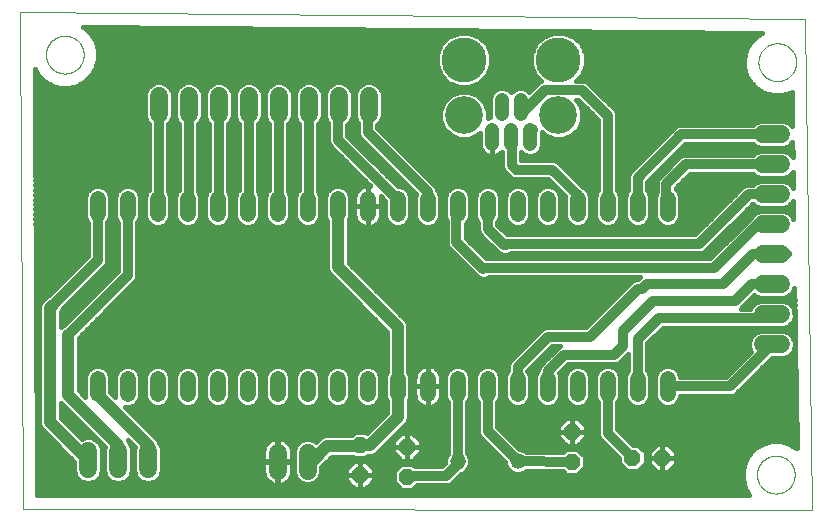
<source format=gbl>
G75*
%MOIN*%
%OFA0B0*%
%FSLAX25Y25*%
%IPPOS*%
%LPD*%
%AMOC8*
5,1,8,0,0,1.08239X$1,22.5*
%
%ADD10C,0.00000*%
%ADD11OC8,0.05600*%
%ADD12C,0.15000*%
%ADD13C,0.12598*%
%ADD14C,0.04756*%
%ADD15C,0.05200*%
%ADD16C,0.06000*%
%ADD17C,0.05200*%
%ADD18C,0.03200*%
%ADD19C,0.04000*%
%ADD20C,0.01600*%
%ADD21R,0.03962X0.03962*%
D10*
X0008584Y0005255D02*
X0007584Y0171031D01*
X0269321Y0168716D01*
X0271580Y0005125D01*
X0008584Y0005255D01*
X0016285Y0156755D02*
X0016287Y0156913D01*
X0016293Y0157071D01*
X0016303Y0157229D01*
X0016317Y0157387D01*
X0016335Y0157544D01*
X0016356Y0157701D01*
X0016382Y0157857D01*
X0016412Y0158013D01*
X0016445Y0158168D01*
X0016483Y0158321D01*
X0016524Y0158474D01*
X0016569Y0158626D01*
X0016618Y0158777D01*
X0016671Y0158926D01*
X0016727Y0159074D01*
X0016787Y0159220D01*
X0016851Y0159365D01*
X0016919Y0159508D01*
X0016990Y0159650D01*
X0017064Y0159790D01*
X0017142Y0159927D01*
X0017224Y0160063D01*
X0017308Y0160197D01*
X0017397Y0160328D01*
X0017488Y0160457D01*
X0017583Y0160584D01*
X0017680Y0160709D01*
X0017781Y0160831D01*
X0017885Y0160950D01*
X0017992Y0161067D01*
X0018102Y0161181D01*
X0018215Y0161292D01*
X0018330Y0161401D01*
X0018448Y0161506D01*
X0018569Y0161608D01*
X0018692Y0161708D01*
X0018818Y0161804D01*
X0018946Y0161897D01*
X0019076Y0161987D01*
X0019209Y0162073D01*
X0019344Y0162157D01*
X0019480Y0162236D01*
X0019619Y0162313D01*
X0019760Y0162385D01*
X0019902Y0162455D01*
X0020046Y0162520D01*
X0020192Y0162582D01*
X0020339Y0162640D01*
X0020488Y0162695D01*
X0020638Y0162746D01*
X0020789Y0162793D01*
X0020941Y0162836D01*
X0021094Y0162875D01*
X0021249Y0162911D01*
X0021404Y0162942D01*
X0021560Y0162970D01*
X0021716Y0162994D01*
X0021873Y0163014D01*
X0022031Y0163030D01*
X0022188Y0163042D01*
X0022347Y0163050D01*
X0022505Y0163054D01*
X0022663Y0163054D01*
X0022821Y0163050D01*
X0022980Y0163042D01*
X0023137Y0163030D01*
X0023295Y0163014D01*
X0023452Y0162994D01*
X0023608Y0162970D01*
X0023764Y0162942D01*
X0023919Y0162911D01*
X0024074Y0162875D01*
X0024227Y0162836D01*
X0024379Y0162793D01*
X0024530Y0162746D01*
X0024680Y0162695D01*
X0024829Y0162640D01*
X0024976Y0162582D01*
X0025122Y0162520D01*
X0025266Y0162455D01*
X0025408Y0162385D01*
X0025549Y0162313D01*
X0025688Y0162236D01*
X0025824Y0162157D01*
X0025959Y0162073D01*
X0026092Y0161987D01*
X0026222Y0161897D01*
X0026350Y0161804D01*
X0026476Y0161708D01*
X0026599Y0161608D01*
X0026720Y0161506D01*
X0026838Y0161401D01*
X0026953Y0161292D01*
X0027066Y0161181D01*
X0027176Y0161067D01*
X0027283Y0160950D01*
X0027387Y0160831D01*
X0027488Y0160709D01*
X0027585Y0160584D01*
X0027680Y0160457D01*
X0027771Y0160328D01*
X0027860Y0160197D01*
X0027944Y0160063D01*
X0028026Y0159927D01*
X0028104Y0159790D01*
X0028178Y0159650D01*
X0028249Y0159508D01*
X0028317Y0159365D01*
X0028381Y0159220D01*
X0028441Y0159074D01*
X0028497Y0158926D01*
X0028550Y0158777D01*
X0028599Y0158626D01*
X0028644Y0158474D01*
X0028685Y0158321D01*
X0028723Y0158168D01*
X0028756Y0158013D01*
X0028786Y0157857D01*
X0028812Y0157701D01*
X0028833Y0157544D01*
X0028851Y0157387D01*
X0028865Y0157229D01*
X0028875Y0157071D01*
X0028881Y0156913D01*
X0028883Y0156755D01*
X0028881Y0156597D01*
X0028875Y0156439D01*
X0028865Y0156281D01*
X0028851Y0156123D01*
X0028833Y0155966D01*
X0028812Y0155809D01*
X0028786Y0155653D01*
X0028756Y0155497D01*
X0028723Y0155342D01*
X0028685Y0155189D01*
X0028644Y0155036D01*
X0028599Y0154884D01*
X0028550Y0154733D01*
X0028497Y0154584D01*
X0028441Y0154436D01*
X0028381Y0154290D01*
X0028317Y0154145D01*
X0028249Y0154002D01*
X0028178Y0153860D01*
X0028104Y0153720D01*
X0028026Y0153583D01*
X0027944Y0153447D01*
X0027860Y0153313D01*
X0027771Y0153182D01*
X0027680Y0153053D01*
X0027585Y0152926D01*
X0027488Y0152801D01*
X0027387Y0152679D01*
X0027283Y0152560D01*
X0027176Y0152443D01*
X0027066Y0152329D01*
X0026953Y0152218D01*
X0026838Y0152109D01*
X0026720Y0152004D01*
X0026599Y0151902D01*
X0026476Y0151802D01*
X0026350Y0151706D01*
X0026222Y0151613D01*
X0026092Y0151523D01*
X0025959Y0151437D01*
X0025824Y0151353D01*
X0025688Y0151274D01*
X0025549Y0151197D01*
X0025408Y0151125D01*
X0025266Y0151055D01*
X0025122Y0150990D01*
X0024976Y0150928D01*
X0024829Y0150870D01*
X0024680Y0150815D01*
X0024530Y0150764D01*
X0024379Y0150717D01*
X0024227Y0150674D01*
X0024074Y0150635D01*
X0023919Y0150599D01*
X0023764Y0150568D01*
X0023608Y0150540D01*
X0023452Y0150516D01*
X0023295Y0150496D01*
X0023137Y0150480D01*
X0022980Y0150468D01*
X0022821Y0150460D01*
X0022663Y0150456D01*
X0022505Y0150456D01*
X0022347Y0150460D01*
X0022188Y0150468D01*
X0022031Y0150480D01*
X0021873Y0150496D01*
X0021716Y0150516D01*
X0021560Y0150540D01*
X0021404Y0150568D01*
X0021249Y0150599D01*
X0021094Y0150635D01*
X0020941Y0150674D01*
X0020789Y0150717D01*
X0020638Y0150764D01*
X0020488Y0150815D01*
X0020339Y0150870D01*
X0020192Y0150928D01*
X0020046Y0150990D01*
X0019902Y0151055D01*
X0019760Y0151125D01*
X0019619Y0151197D01*
X0019480Y0151274D01*
X0019344Y0151353D01*
X0019209Y0151437D01*
X0019076Y0151523D01*
X0018946Y0151613D01*
X0018818Y0151706D01*
X0018692Y0151802D01*
X0018569Y0151902D01*
X0018448Y0152004D01*
X0018330Y0152109D01*
X0018215Y0152218D01*
X0018102Y0152329D01*
X0017992Y0152443D01*
X0017885Y0152560D01*
X0017781Y0152679D01*
X0017680Y0152801D01*
X0017583Y0152926D01*
X0017488Y0153053D01*
X0017397Y0153182D01*
X0017308Y0153313D01*
X0017224Y0153447D01*
X0017142Y0153583D01*
X0017064Y0153720D01*
X0016990Y0153860D01*
X0016919Y0154002D01*
X0016851Y0154145D01*
X0016787Y0154290D01*
X0016727Y0154436D01*
X0016671Y0154584D01*
X0016618Y0154733D01*
X0016569Y0154884D01*
X0016524Y0155036D01*
X0016483Y0155189D01*
X0016445Y0155342D01*
X0016412Y0155497D01*
X0016382Y0155653D01*
X0016356Y0155809D01*
X0016335Y0155966D01*
X0016317Y0156123D01*
X0016303Y0156281D01*
X0016293Y0156439D01*
X0016287Y0156597D01*
X0016285Y0156755D01*
X0253285Y0016755D02*
X0253287Y0016913D01*
X0253293Y0017071D01*
X0253303Y0017229D01*
X0253317Y0017387D01*
X0253335Y0017544D01*
X0253356Y0017701D01*
X0253382Y0017857D01*
X0253412Y0018013D01*
X0253445Y0018168D01*
X0253483Y0018321D01*
X0253524Y0018474D01*
X0253569Y0018626D01*
X0253618Y0018777D01*
X0253671Y0018926D01*
X0253727Y0019074D01*
X0253787Y0019220D01*
X0253851Y0019365D01*
X0253919Y0019508D01*
X0253990Y0019650D01*
X0254064Y0019790D01*
X0254142Y0019927D01*
X0254224Y0020063D01*
X0254308Y0020197D01*
X0254397Y0020328D01*
X0254488Y0020457D01*
X0254583Y0020584D01*
X0254680Y0020709D01*
X0254781Y0020831D01*
X0254885Y0020950D01*
X0254992Y0021067D01*
X0255102Y0021181D01*
X0255215Y0021292D01*
X0255330Y0021401D01*
X0255448Y0021506D01*
X0255569Y0021608D01*
X0255692Y0021708D01*
X0255818Y0021804D01*
X0255946Y0021897D01*
X0256076Y0021987D01*
X0256209Y0022073D01*
X0256344Y0022157D01*
X0256480Y0022236D01*
X0256619Y0022313D01*
X0256760Y0022385D01*
X0256902Y0022455D01*
X0257046Y0022520D01*
X0257192Y0022582D01*
X0257339Y0022640D01*
X0257488Y0022695D01*
X0257638Y0022746D01*
X0257789Y0022793D01*
X0257941Y0022836D01*
X0258094Y0022875D01*
X0258249Y0022911D01*
X0258404Y0022942D01*
X0258560Y0022970D01*
X0258716Y0022994D01*
X0258873Y0023014D01*
X0259031Y0023030D01*
X0259188Y0023042D01*
X0259347Y0023050D01*
X0259505Y0023054D01*
X0259663Y0023054D01*
X0259821Y0023050D01*
X0259980Y0023042D01*
X0260137Y0023030D01*
X0260295Y0023014D01*
X0260452Y0022994D01*
X0260608Y0022970D01*
X0260764Y0022942D01*
X0260919Y0022911D01*
X0261074Y0022875D01*
X0261227Y0022836D01*
X0261379Y0022793D01*
X0261530Y0022746D01*
X0261680Y0022695D01*
X0261829Y0022640D01*
X0261976Y0022582D01*
X0262122Y0022520D01*
X0262266Y0022455D01*
X0262408Y0022385D01*
X0262549Y0022313D01*
X0262688Y0022236D01*
X0262824Y0022157D01*
X0262959Y0022073D01*
X0263092Y0021987D01*
X0263222Y0021897D01*
X0263350Y0021804D01*
X0263476Y0021708D01*
X0263599Y0021608D01*
X0263720Y0021506D01*
X0263838Y0021401D01*
X0263953Y0021292D01*
X0264066Y0021181D01*
X0264176Y0021067D01*
X0264283Y0020950D01*
X0264387Y0020831D01*
X0264488Y0020709D01*
X0264585Y0020584D01*
X0264680Y0020457D01*
X0264771Y0020328D01*
X0264860Y0020197D01*
X0264944Y0020063D01*
X0265026Y0019927D01*
X0265104Y0019790D01*
X0265178Y0019650D01*
X0265249Y0019508D01*
X0265317Y0019365D01*
X0265381Y0019220D01*
X0265441Y0019074D01*
X0265497Y0018926D01*
X0265550Y0018777D01*
X0265599Y0018626D01*
X0265644Y0018474D01*
X0265685Y0018321D01*
X0265723Y0018168D01*
X0265756Y0018013D01*
X0265786Y0017857D01*
X0265812Y0017701D01*
X0265833Y0017544D01*
X0265851Y0017387D01*
X0265865Y0017229D01*
X0265875Y0017071D01*
X0265881Y0016913D01*
X0265883Y0016755D01*
X0265881Y0016597D01*
X0265875Y0016439D01*
X0265865Y0016281D01*
X0265851Y0016123D01*
X0265833Y0015966D01*
X0265812Y0015809D01*
X0265786Y0015653D01*
X0265756Y0015497D01*
X0265723Y0015342D01*
X0265685Y0015189D01*
X0265644Y0015036D01*
X0265599Y0014884D01*
X0265550Y0014733D01*
X0265497Y0014584D01*
X0265441Y0014436D01*
X0265381Y0014290D01*
X0265317Y0014145D01*
X0265249Y0014002D01*
X0265178Y0013860D01*
X0265104Y0013720D01*
X0265026Y0013583D01*
X0264944Y0013447D01*
X0264860Y0013313D01*
X0264771Y0013182D01*
X0264680Y0013053D01*
X0264585Y0012926D01*
X0264488Y0012801D01*
X0264387Y0012679D01*
X0264283Y0012560D01*
X0264176Y0012443D01*
X0264066Y0012329D01*
X0263953Y0012218D01*
X0263838Y0012109D01*
X0263720Y0012004D01*
X0263599Y0011902D01*
X0263476Y0011802D01*
X0263350Y0011706D01*
X0263222Y0011613D01*
X0263092Y0011523D01*
X0262959Y0011437D01*
X0262824Y0011353D01*
X0262688Y0011274D01*
X0262549Y0011197D01*
X0262408Y0011125D01*
X0262266Y0011055D01*
X0262122Y0010990D01*
X0261976Y0010928D01*
X0261829Y0010870D01*
X0261680Y0010815D01*
X0261530Y0010764D01*
X0261379Y0010717D01*
X0261227Y0010674D01*
X0261074Y0010635D01*
X0260919Y0010599D01*
X0260764Y0010568D01*
X0260608Y0010540D01*
X0260452Y0010516D01*
X0260295Y0010496D01*
X0260137Y0010480D01*
X0259980Y0010468D01*
X0259821Y0010460D01*
X0259663Y0010456D01*
X0259505Y0010456D01*
X0259347Y0010460D01*
X0259188Y0010468D01*
X0259031Y0010480D01*
X0258873Y0010496D01*
X0258716Y0010516D01*
X0258560Y0010540D01*
X0258404Y0010568D01*
X0258249Y0010599D01*
X0258094Y0010635D01*
X0257941Y0010674D01*
X0257789Y0010717D01*
X0257638Y0010764D01*
X0257488Y0010815D01*
X0257339Y0010870D01*
X0257192Y0010928D01*
X0257046Y0010990D01*
X0256902Y0011055D01*
X0256760Y0011125D01*
X0256619Y0011197D01*
X0256480Y0011274D01*
X0256344Y0011353D01*
X0256209Y0011437D01*
X0256076Y0011523D01*
X0255946Y0011613D01*
X0255818Y0011706D01*
X0255692Y0011802D01*
X0255569Y0011902D01*
X0255448Y0012004D01*
X0255330Y0012109D01*
X0255215Y0012218D01*
X0255102Y0012329D01*
X0254992Y0012443D01*
X0254885Y0012560D01*
X0254781Y0012679D01*
X0254680Y0012801D01*
X0254583Y0012926D01*
X0254488Y0013053D01*
X0254397Y0013182D01*
X0254308Y0013313D01*
X0254224Y0013447D01*
X0254142Y0013583D01*
X0254064Y0013720D01*
X0253990Y0013860D01*
X0253919Y0014002D01*
X0253851Y0014145D01*
X0253787Y0014290D01*
X0253727Y0014436D01*
X0253671Y0014584D01*
X0253618Y0014733D01*
X0253569Y0014884D01*
X0253524Y0015036D01*
X0253483Y0015189D01*
X0253445Y0015342D01*
X0253412Y0015497D01*
X0253382Y0015653D01*
X0253356Y0015809D01*
X0253335Y0015966D01*
X0253317Y0016123D01*
X0253303Y0016281D01*
X0253293Y0016439D01*
X0253287Y0016597D01*
X0253285Y0016755D01*
X0253785Y0154255D02*
X0253787Y0154413D01*
X0253793Y0154571D01*
X0253803Y0154729D01*
X0253817Y0154887D01*
X0253835Y0155044D01*
X0253856Y0155201D01*
X0253882Y0155357D01*
X0253912Y0155513D01*
X0253945Y0155668D01*
X0253983Y0155821D01*
X0254024Y0155974D01*
X0254069Y0156126D01*
X0254118Y0156277D01*
X0254171Y0156426D01*
X0254227Y0156574D01*
X0254287Y0156720D01*
X0254351Y0156865D01*
X0254419Y0157008D01*
X0254490Y0157150D01*
X0254564Y0157290D01*
X0254642Y0157427D01*
X0254724Y0157563D01*
X0254808Y0157697D01*
X0254897Y0157828D01*
X0254988Y0157957D01*
X0255083Y0158084D01*
X0255180Y0158209D01*
X0255281Y0158331D01*
X0255385Y0158450D01*
X0255492Y0158567D01*
X0255602Y0158681D01*
X0255715Y0158792D01*
X0255830Y0158901D01*
X0255948Y0159006D01*
X0256069Y0159108D01*
X0256192Y0159208D01*
X0256318Y0159304D01*
X0256446Y0159397D01*
X0256576Y0159487D01*
X0256709Y0159573D01*
X0256844Y0159657D01*
X0256980Y0159736D01*
X0257119Y0159813D01*
X0257260Y0159885D01*
X0257402Y0159955D01*
X0257546Y0160020D01*
X0257692Y0160082D01*
X0257839Y0160140D01*
X0257988Y0160195D01*
X0258138Y0160246D01*
X0258289Y0160293D01*
X0258441Y0160336D01*
X0258594Y0160375D01*
X0258749Y0160411D01*
X0258904Y0160442D01*
X0259060Y0160470D01*
X0259216Y0160494D01*
X0259373Y0160514D01*
X0259531Y0160530D01*
X0259688Y0160542D01*
X0259847Y0160550D01*
X0260005Y0160554D01*
X0260163Y0160554D01*
X0260321Y0160550D01*
X0260480Y0160542D01*
X0260637Y0160530D01*
X0260795Y0160514D01*
X0260952Y0160494D01*
X0261108Y0160470D01*
X0261264Y0160442D01*
X0261419Y0160411D01*
X0261574Y0160375D01*
X0261727Y0160336D01*
X0261879Y0160293D01*
X0262030Y0160246D01*
X0262180Y0160195D01*
X0262329Y0160140D01*
X0262476Y0160082D01*
X0262622Y0160020D01*
X0262766Y0159955D01*
X0262908Y0159885D01*
X0263049Y0159813D01*
X0263188Y0159736D01*
X0263324Y0159657D01*
X0263459Y0159573D01*
X0263592Y0159487D01*
X0263722Y0159397D01*
X0263850Y0159304D01*
X0263976Y0159208D01*
X0264099Y0159108D01*
X0264220Y0159006D01*
X0264338Y0158901D01*
X0264453Y0158792D01*
X0264566Y0158681D01*
X0264676Y0158567D01*
X0264783Y0158450D01*
X0264887Y0158331D01*
X0264988Y0158209D01*
X0265085Y0158084D01*
X0265180Y0157957D01*
X0265271Y0157828D01*
X0265360Y0157697D01*
X0265444Y0157563D01*
X0265526Y0157427D01*
X0265604Y0157290D01*
X0265678Y0157150D01*
X0265749Y0157008D01*
X0265817Y0156865D01*
X0265881Y0156720D01*
X0265941Y0156574D01*
X0265997Y0156426D01*
X0266050Y0156277D01*
X0266099Y0156126D01*
X0266144Y0155974D01*
X0266185Y0155821D01*
X0266223Y0155668D01*
X0266256Y0155513D01*
X0266286Y0155357D01*
X0266312Y0155201D01*
X0266333Y0155044D01*
X0266351Y0154887D01*
X0266365Y0154729D01*
X0266375Y0154571D01*
X0266381Y0154413D01*
X0266383Y0154255D01*
X0266381Y0154097D01*
X0266375Y0153939D01*
X0266365Y0153781D01*
X0266351Y0153623D01*
X0266333Y0153466D01*
X0266312Y0153309D01*
X0266286Y0153153D01*
X0266256Y0152997D01*
X0266223Y0152842D01*
X0266185Y0152689D01*
X0266144Y0152536D01*
X0266099Y0152384D01*
X0266050Y0152233D01*
X0265997Y0152084D01*
X0265941Y0151936D01*
X0265881Y0151790D01*
X0265817Y0151645D01*
X0265749Y0151502D01*
X0265678Y0151360D01*
X0265604Y0151220D01*
X0265526Y0151083D01*
X0265444Y0150947D01*
X0265360Y0150813D01*
X0265271Y0150682D01*
X0265180Y0150553D01*
X0265085Y0150426D01*
X0264988Y0150301D01*
X0264887Y0150179D01*
X0264783Y0150060D01*
X0264676Y0149943D01*
X0264566Y0149829D01*
X0264453Y0149718D01*
X0264338Y0149609D01*
X0264220Y0149504D01*
X0264099Y0149402D01*
X0263976Y0149302D01*
X0263850Y0149206D01*
X0263722Y0149113D01*
X0263592Y0149023D01*
X0263459Y0148937D01*
X0263324Y0148853D01*
X0263188Y0148774D01*
X0263049Y0148697D01*
X0262908Y0148625D01*
X0262766Y0148555D01*
X0262622Y0148490D01*
X0262476Y0148428D01*
X0262329Y0148370D01*
X0262180Y0148315D01*
X0262030Y0148264D01*
X0261879Y0148217D01*
X0261727Y0148174D01*
X0261574Y0148135D01*
X0261419Y0148099D01*
X0261264Y0148068D01*
X0261108Y0148040D01*
X0260952Y0148016D01*
X0260795Y0147996D01*
X0260637Y0147980D01*
X0260480Y0147968D01*
X0260321Y0147960D01*
X0260163Y0147956D01*
X0260005Y0147956D01*
X0259847Y0147960D01*
X0259688Y0147968D01*
X0259531Y0147980D01*
X0259373Y0147996D01*
X0259216Y0148016D01*
X0259060Y0148040D01*
X0258904Y0148068D01*
X0258749Y0148099D01*
X0258594Y0148135D01*
X0258441Y0148174D01*
X0258289Y0148217D01*
X0258138Y0148264D01*
X0257988Y0148315D01*
X0257839Y0148370D01*
X0257692Y0148428D01*
X0257546Y0148490D01*
X0257402Y0148555D01*
X0257260Y0148625D01*
X0257119Y0148697D01*
X0256980Y0148774D01*
X0256844Y0148853D01*
X0256709Y0148937D01*
X0256576Y0149023D01*
X0256446Y0149113D01*
X0256318Y0149206D01*
X0256192Y0149302D01*
X0256069Y0149402D01*
X0255948Y0149504D01*
X0255830Y0149609D01*
X0255715Y0149718D01*
X0255602Y0149829D01*
X0255492Y0149943D01*
X0255385Y0150060D01*
X0255281Y0150179D01*
X0255180Y0150301D01*
X0255083Y0150426D01*
X0254988Y0150553D01*
X0254897Y0150682D01*
X0254808Y0150813D01*
X0254724Y0150947D01*
X0254642Y0151083D01*
X0254564Y0151220D01*
X0254490Y0151360D01*
X0254419Y0151502D01*
X0254351Y0151645D01*
X0254287Y0151790D01*
X0254227Y0151936D01*
X0254171Y0152084D01*
X0254118Y0152233D01*
X0254069Y0152384D01*
X0254024Y0152536D01*
X0253983Y0152689D01*
X0253945Y0152842D01*
X0253912Y0152997D01*
X0253882Y0153153D01*
X0253856Y0153309D01*
X0253835Y0153466D01*
X0253817Y0153623D01*
X0253803Y0153781D01*
X0253793Y0153939D01*
X0253787Y0154097D01*
X0253785Y0154255D01*
D11*
X0191584Y0031070D03*
X0191584Y0021070D03*
X0211769Y0022330D03*
X0221769Y0022330D03*
X0136584Y0026070D03*
X0136584Y0016070D03*
X0120974Y0016700D03*
X0120974Y0026700D03*
D12*
X0155632Y0155031D03*
X0187128Y0155031D03*
D13*
X0187128Y0136527D03*
X0155632Y0136527D03*
D14*
X0165080Y0131802D02*
X0165080Y0127046D01*
X0171380Y0127046D02*
X0171380Y0131802D01*
X0177679Y0131802D02*
X0177679Y0127046D01*
X0174529Y0136920D02*
X0174529Y0141676D01*
X0168230Y0141676D02*
X0168230Y0136920D01*
D15*
X0163545Y0108780D02*
X0163545Y0103580D01*
X0173545Y0103580D02*
X0173545Y0108780D01*
X0183545Y0108780D02*
X0183545Y0103580D01*
X0193545Y0103580D02*
X0193545Y0108780D01*
X0203545Y0108780D02*
X0203545Y0103580D01*
X0213545Y0103580D02*
X0213545Y0108780D01*
X0223545Y0108780D02*
X0223545Y0103580D01*
X0153545Y0103580D02*
X0153545Y0108780D01*
X0143545Y0108780D02*
X0143545Y0103580D01*
X0133545Y0103580D02*
X0133545Y0108780D01*
X0123545Y0108780D02*
X0123545Y0103580D01*
X0113545Y0103580D02*
X0113545Y0108780D01*
X0103545Y0108780D02*
X0103545Y0103580D01*
X0093545Y0103580D02*
X0093545Y0108780D01*
X0083545Y0108780D02*
X0083545Y0103580D01*
X0073545Y0103580D02*
X0073545Y0108780D01*
X0063545Y0108780D02*
X0063545Y0103580D01*
X0053545Y0103580D02*
X0053545Y0108780D01*
X0043545Y0108780D02*
X0043545Y0103580D01*
X0033545Y0103580D02*
X0033545Y0108780D01*
X0033545Y0048780D02*
X0033545Y0043580D01*
X0043545Y0043580D02*
X0043545Y0048780D01*
X0053545Y0048780D02*
X0053545Y0043580D01*
X0063545Y0043580D02*
X0063545Y0048780D01*
X0073545Y0048780D02*
X0073545Y0043580D01*
X0083545Y0043580D02*
X0083545Y0048780D01*
X0093545Y0048780D02*
X0093545Y0043580D01*
X0103545Y0043580D02*
X0103545Y0048780D01*
X0113545Y0048780D02*
X0113545Y0043580D01*
X0123545Y0043580D02*
X0123545Y0048780D01*
X0133545Y0048780D02*
X0133545Y0043580D01*
X0143545Y0043580D02*
X0143545Y0048780D01*
X0153545Y0048780D02*
X0153545Y0043580D01*
X0163545Y0043580D02*
X0163545Y0048780D01*
X0173545Y0048780D02*
X0173545Y0043580D01*
X0183545Y0043580D02*
X0183545Y0048780D01*
X0193545Y0048780D02*
X0193545Y0043580D01*
X0203545Y0043580D02*
X0203545Y0048780D01*
X0213545Y0048780D02*
X0213545Y0043580D01*
X0223545Y0043580D02*
X0223545Y0048780D01*
D16*
X0255250Y0060196D02*
X0261250Y0060196D01*
X0261250Y0070196D02*
X0255250Y0070196D01*
X0255250Y0080196D02*
X0261250Y0080196D01*
X0261250Y0090196D02*
X0255250Y0090196D01*
X0255250Y0100196D02*
X0261250Y0100196D01*
X0261250Y0110196D02*
X0255250Y0110196D01*
X0255250Y0120196D02*
X0261250Y0120196D01*
X0261250Y0130196D02*
X0255250Y0130196D01*
X0123899Y0136901D02*
X0123899Y0142901D01*
X0113899Y0142901D02*
X0113899Y0136901D01*
X0103899Y0136901D02*
X0103899Y0142901D01*
X0093899Y0142901D02*
X0093899Y0136901D01*
X0083899Y0136901D02*
X0083899Y0142901D01*
X0073899Y0142901D02*
X0073899Y0136901D01*
X0063899Y0136901D02*
X0063899Y0142901D01*
X0053899Y0142901D02*
X0053899Y0136901D01*
X0050324Y0024550D02*
X0050324Y0018550D01*
X0040324Y0018550D02*
X0040324Y0024550D01*
X0030324Y0024550D02*
X0030324Y0018550D01*
X0093529Y0018125D02*
X0093529Y0024125D01*
X0103529Y0024125D02*
X0103529Y0018125D01*
D17*
X0153584Y0021200D03*
X0173584Y0021200D03*
D18*
X0191584Y0021070D01*
X0203545Y0030554D02*
X0211769Y0022330D01*
X0203545Y0030554D02*
X0203545Y0046180D01*
X0213545Y0046180D02*
X0213545Y0061846D01*
X0220584Y0068885D01*
X0256939Y0068885D01*
X0258250Y0070196D01*
X0258250Y0060196D02*
X0244234Y0046180D01*
X0223545Y0046180D01*
X0208584Y0059755D02*
X0205584Y0056755D01*
X0189084Y0056755D01*
X0183584Y0051255D01*
X0183584Y0046220D01*
X0183545Y0046180D01*
X0173584Y0046220D02*
X0173545Y0046180D01*
X0173584Y0046220D02*
X0173584Y0052755D01*
X0183584Y0062755D01*
X0197584Y0062755D01*
X0213584Y0078755D01*
X0215084Y0078755D01*
X0216584Y0080255D01*
X0242084Y0080255D01*
X0252025Y0090196D01*
X0258250Y0090196D01*
X0258061Y0090385D01*
X0258250Y0090196D02*
X0263273Y0090196D01*
X0258250Y0080196D02*
X0251525Y0080196D01*
X0246084Y0074755D01*
X0218584Y0074755D01*
X0208584Y0064755D01*
X0208584Y0059755D01*
X0239084Y0085755D02*
X0162584Y0085755D01*
X0162084Y0085255D01*
X0153084Y0094255D01*
X0153084Y0105720D01*
X0153545Y0106180D01*
X0163545Y0106180D02*
X0163584Y0106141D01*
X0163584Y0098755D01*
X0169084Y0093255D01*
X0169584Y0093255D01*
X0170084Y0093755D01*
X0234084Y0093755D01*
X0250525Y0110196D01*
X0258250Y0110196D01*
X0258250Y0100196D02*
X0253525Y0100196D01*
X0239084Y0085755D01*
X0257939Y0079885D02*
X0258250Y0080196D01*
X0223545Y0106180D02*
X0223084Y0106641D01*
X0223084Y0113755D01*
X0229525Y0120196D01*
X0258250Y0120196D01*
X0258250Y0130196D02*
X0228025Y0130196D01*
X0213584Y0115755D01*
X0213584Y0106220D01*
X0213545Y0106180D01*
X0203545Y0106180D02*
X0203545Y0136424D01*
X0195084Y0144885D01*
X0182494Y0144885D01*
X0174529Y0136920D01*
X0171380Y0131802D02*
X0171584Y0131598D01*
X0171584Y0119885D01*
X0173084Y0118385D01*
X0185084Y0118385D01*
X0193545Y0109924D01*
X0193545Y0106180D01*
X0143545Y0106180D02*
X0143545Y0110924D01*
X0123584Y0130885D01*
X0123584Y0139586D01*
X0123899Y0139901D01*
X0113899Y0139901D02*
X0113584Y0139586D01*
X0113584Y0128385D01*
X0133545Y0108424D01*
X0133545Y0106180D01*
X0113584Y0106141D02*
X0113545Y0106180D01*
X0103899Y0106535D02*
X0103545Y0106180D01*
X0103899Y0106535D02*
X0103899Y0139901D01*
X0093899Y0139901D02*
X0093899Y0106535D01*
X0093545Y0106180D01*
X0083899Y0106535D02*
X0083545Y0106180D01*
X0083899Y0106535D02*
X0083899Y0139901D01*
X0073899Y0139901D02*
X0073899Y0106535D01*
X0073545Y0106180D01*
X0063899Y0106535D02*
X0063545Y0106180D01*
X0063899Y0106535D02*
X0063899Y0139901D01*
X0053899Y0139901D02*
X0053899Y0106535D01*
X0053545Y0106180D01*
X0043584Y0106141D02*
X0043545Y0106180D01*
X0043584Y0106141D02*
X0043584Y0083385D01*
X0023584Y0063385D01*
X0018584Y0073385D02*
X0033584Y0088385D01*
X0033584Y0106141D01*
X0033545Y0106180D01*
X0136899Y0016385D02*
X0149584Y0016385D01*
X0153584Y0020385D01*
X0153584Y0021200D02*
X0153545Y0021239D01*
X0153545Y0046180D01*
X0163545Y0046180D02*
X0163545Y0031239D01*
X0173584Y0021200D01*
D19*
X0153584Y0021200D02*
X0153584Y0020385D01*
X0136899Y0016385D02*
X0136584Y0016070D01*
X0124399Y0026700D02*
X0133584Y0035885D01*
X0133584Y0046141D01*
X0133545Y0046180D01*
X0133545Y0065924D01*
X0113584Y0085885D01*
X0113584Y0106141D01*
X0177679Y0131802D02*
X0178167Y0131802D01*
X0124399Y0026700D02*
X0120974Y0026700D01*
X0120659Y0026385D01*
X0110084Y0026385D01*
X0104824Y0021125D01*
X0103529Y0021125D01*
X0050584Y0021810D02*
X0050324Y0021550D01*
X0050584Y0021810D02*
X0050584Y0026385D01*
X0033545Y0043424D01*
X0033545Y0046180D01*
X0023584Y0043385D02*
X0040324Y0026645D01*
X0040324Y0021550D01*
X0030324Y0021550D02*
X0017584Y0034291D01*
X0017584Y0072385D01*
X0018584Y0073385D01*
X0023584Y0063385D02*
X0023584Y0043385D01*
D20*
X0027184Y0044876D02*
X0027184Y0062460D01*
X0045397Y0080672D01*
X0046297Y0081572D01*
X0046784Y0082749D01*
X0046784Y0100880D01*
X0047106Y0101201D01*
X0047745Y0102745D01*
X0047745Y0109616D01*
X0047106Y0111159D01*
X0045924Y0112341D01*
X0044380Y0112980D01*
X0042710Y0112980D01*
X0041166Y0112341D01*
X0039984Y0111159D01*
X0039345Y0109616D01*
X0039345Y0102745D01*
X0039984Y0101201D01*
X0040384Y0100801D01*
X0040384Y0084711D01*
X0022511Y0066837D01*
X0021545Y0066437D01*
X0021184Y0066076D01*
X0021184Y0070894D01*
X0021636Y0071346D01*
X0022036Y0072311D01*
X0035397Y0085672D01*
X0036297Y0086572D01*
X0036784Y0087749D01*
X0036784Y0100880D01*
X0037106Y0101201D01*
X0037745Y0102745D01*
X0037745Y0109616D01*
X0037106Y0111159D01*
X0035924Y0112341D01*
X0034380Y0112980D01*
X0032710Y0112980D01*
X0031166Y0112341D01*
X0029984Y0111159D01*
X0029345Y0109616D01*
X0029345Y0102745D01*
X0029984Y0101201D01*
X0030384Y0100801D01*
X0030384Y0089711D01*
X0017511Y0076837D01*
X0016545Y0076437D01*
X0015545Y0075437D01*
X0014532Y0074424D01*
X0013984Y0073101D01*
X0013984Y0033574D01*
X0014532Y0032251D01*
X0015545Y0031239D01*
X0025724Y0021059D01*
X0025724Y0017635D01*
X0026425Y0015945D01*
X0027719Y0014651D01*
X0029409Y0013950D01*
X0031239Y0013950D01*
X0032930Y0014651D01*
X0034224Y0015945D01*
X0034924Y0017635D01*
X0034924Y0025465D01*
X0034224Y0027156D01*
X0032930Y0028450D01*
X0031239Y0029150D01*
X0029409Y0029150D01*
X0028282Y0028684D01*
X0021184Y0035782D01*
X0021184Y0040694D01*
X0035926Y0025952D01*
X0035724Y0025465D01*
X0035724Y0017635D01*
X0036425Y0015945D01*
X0037719Y0014651D01*
X0039409Y0013950D01*
X0041239Y0013950D01*
X0042930Y0014651D01*
X0044224Y0015945D01*
X0044924Y0017635D01*
X0044924Y0025465D01*
X0044224Y0027156D01*
X0043857Y0027523D01*
X0043505Y0028373D01*
X0045926Y0025952D01*
X0045724Y0025465D01*
X0045724Y0017635D01*
X0046425Y0015945D01*
X0047719Y0014651D01*
X0049409Y0013950D01*
X0051239Y0013950D01*
X0052930Y0014651D01*
X0054224Y0015945D01*
X0054924Y0017635D01*
X0054924Y0025465D01*
X0054224Y0027156D01*
X0054117Y0027263D01*
X0053636Y0028424D01*
X0052624Y0029437D01*
X0042659Y0039401D01*
X0042710Y0039380D01*
X0044380Y0039380D01*
X0045924Y0040020D01*
X0047106Y0041201D01*
X0047745Y0042745D01*
X0047745Y0049616D01*
X0047106Y0051159D01*
X0045924Y0052341D01*
X0044380Y0052980D01*
X0042710Y0052980D01*
X0041166Y0052341D01*
X0039984Y0051159D01*
X0039345Y0049616D01*
X0039345Y0042745D01*
X0039366Y0042695D01*
X0037745Y0044316D01*
X0037745Y0049616D01*
X0037106Y0051159D01*
X0035924Y0052341D01*
X0034380Y0052980D01*
X0032710Y0052980D01*
X0031166Y0052341D01*
X0029984Y0051159D01*
X0029345Y0049616D01*
X0029345Y0042745D01*
X0029366Y0042695D01*
X0027184Y0044876D01*
X0027540Y0044521D02*
X0029345Y0044521D01*
X0029345Y0046119D02*
X0027184Y0046119D01*
X0027184Y0047718D02*
X0029345Y0047718D01*
X0029345Y0049316D02*
X0027184Y0049316D01*
X0027184Y0050915D02*
X0029883Y0050915D01*
X0031582Y0052513D02*
X0027184Y0052513D01*
X0027184Y0054112D02*
X0129945Y0054112D01*
X0129945Y0055710D02*
X0027184Y0055710D01*
X0027184Y0057309D02*
X0129945Y0057309D01*
X0129945Y0058907D02*
X0027184Y0058907D01*
X0027184Y0060506D02*
X0129945Y0060506D01*
X0129945Y0062105D02*
X0027184Y0062105D01*
X0028428Y0063703D02*
X0129945Y0063703D01*
X0129945Y0064433D02*
X0129945Y0051064D01*
X0129345Y0049616D01*
X0129345Y0042745D01*
X0129984Y0041201D01*
X0129984Y0037376D01*
X0123252Y0030644D01*
X0122797Y0031100D01*
X0119152Y0031100D01*
X0118037Y0029985D01*
X0109368Y0029985D01*
X0108045Y0029437D01*
X0107032Y0028424D01*
X0106384Y0027776D01*
X0106135Y0028025D01*
X0104444Y0028725D01*
X0102614Y0028725D01*
X0100924Y0028025D01*
X0099630Y0026731D01*
X0098929Y0025040D01*
X0098929Y0017210D01*
X0099630Y0015520D01*
X0100924Y0014226D01*
X0102614Y0013525D01*
X0104444Y0013525D01*
X0106135Y0014226D01*
X0107429Y0015520D01*
X0108129Y0017210D01*
X0108129Y0019339D01*
X0111576Y0022785D01*
X0118667Y0022785D01*
X0119152Y0022300D01*
X0122797Y0022300D01*
X0123597Y0023100D01*
X0125115Y0023100D01*
X0126439Y0023648D01*
X0135624Y0032833D01*
X0136636Y0033846D01*
X0137184Y0035169D01*
X0137184Y0041391D01*
X0137745Y0042745D01*
X0137745Y0049616D01*
X0137145Y0051064D01*
X0137145Y0066640D01*
X0136597Y0067964D01*
X0117184Y0087376D01*
X0117184Y0101391D01*
X0117745Y0102745D01*
X0117745Y0109616D01*
X0117106Y0111159D01*
X0115924Y0112341D01*
X0114380Y0112980D01*
X0112710Y0112980D01*
X0111166Y0112341D01*
X0109984Y0111159D01*
X0109345Y0109616D01*
X0109345Y0102745D01*
X0109984Y0101201D01*
X0109984Y0085169D01*
X0110532Y0083846D01*
X0111545Y0082833D01*
X0129945Y0064433D01*
X0129077Y0065302D02*
X0030026Y0065302D01*
X0031625Y0066900D02*
X0127478Y0066900D01*
X0125880Y0068499D02*
X0033223Y0068499D01*
X0034822Y0070097D02*
X0124281Y0070097D01*
X0122683Y0071696D02*
X0036420Y0071696D01*
X0038019Y0073294D02*
X0121084Y0073294D01*
X0119486Y0074893D02*
X0039617Y0074893D01*
X0041216Y0076491D02*
X0117887Y0076491D01*
X0116289Y0078090D02*
X0042814Y0078090D01*
X0044413Y0079688D02*
X0114690Y0079688D01*
X0113092Y0081287D02*
X0046011Y0081287D01*
X0046784Y0082885D02*
X0111493Y0082885D01*
X0110268Y0084484D02*
X0046784Y0084484D01*
X0046784Y0086082D02*
X0109984Y0086082D01*
X0109984Y0087681D02*
X0046784Y0087681D01*
X0046784Y0089279D02*
X0109984Y0089279D01*
X0109984Y0090878D02*
X0046784Y0090878D01*
X0046784Y0092476D02*
X0109984Y0092476D01*
X0109984Y0094075D02*
X0046784Y0094075D01*
X0046784Y0095673D02*
X0109984Y0095673D01*
X0109984Y0097272D02*
X0046784Y0097272D01*
X0046784Y0098870D02*
X0109984Y0098870D01*
X0109984Y0100469D02*
X0106373Y0100469D01*
X0105924Y0100020D02*
X0107106Y0101201D01*
X0107745Y0102745D01*
X0107745Y0109616D01*
X0107106Y0111159D01*
X0107099Y0111166D01*
X0107099Y0133595D01*
X0107799Y0134295D01*
X0108499Y0135986D01*
X0108499Y0143816D01*
X0107799Y0145506D01*
X0106505Y0146800D01*
X0104814Y0147501D01*
X0102984Y0147501D01*
X0101294Y0146800D01*
X0100000Y0145506D01*
X0099299Y0143816D01*
X0099299Y0135986D01*
X0100000Y0134295D01*
X0100699Y0133595D01*
X0100699Y0111874D01*
X0099984Y0111159D01*
X0099345Y0109616D01*
X0099345Y0102745D01*
X0099984Y0101201D01*
X0101166Y0100020D01*
X0102710Y0099380D01*
X0104380Y0099380D01*
X0105924Y0100020D01*
X0107464Y0102067D02*
X0109626Y0102067D01*
X0109345Y0103666D02*
X0107745Y0103666D01*
X0107745Y0105264D02*
X0109345Y0105264D01*
X0109345Y0106863D02*
X0107745Y0106863D01*
X0107745Y0108461D02*
X0109345Y0108461D01*
X0109529Y0110060D02*
X0107561Y0110060D01*
X0107099Y0111658D02*
X0110483Y0111658D01*
X0107099Y0113257D02*
X0124187Y0113257D01*
X0124334Y0113110D02*
X0123891Y0113180D01*
X0123545Y0113180D01*
X0123545Y0106180D01*
X0123545Y0099180D01*
X0123891Y0099180D01*
X0124575Y0099289D01*
X0125234Y0099503D01*
X0125851Y0099817D01*
X0126411Y0100224D01*
X0126901Y0100714D01*
X0127308Y0101274D01*
X0127623Y0101891D01*
X0127837Y0102550D01*
X0127945Y0103234D01*
X0127945Y0106180D01*
X0123545Y0106180D01*
X0123545Y0106180D01*
X0123545Y0099180D01*
X0123199Y0099180D01*
X0122515Y0099289D01*
X0121856Y0099503D01*
X0121239Y0099817D01*
X0120679Y0100224D01*
X0120189Y0100714D01*
X0119782Y0101274D01*
X0119467Y0101891D01*
X0119253Y0102550D01*
X0119145Y0103234D01*
X0119145Y0106180D01*
X0123545Y0106180D01*
X0123545Y0106180D01*
X0123545Y0106180D01*
X0127945Y0106180D01*
X0127945Y0109127D01*
X0127875Y0109569D01*
X0129345Y0108099D01*
X0129345Y0102745D01*
X0129984Y0101201D01*
X0131166Y0100020D01*
X0132710Y0099380D01*
X0134380Y0099380D01*
X0135924Y0100020D01*
X0137106Y0101201D01*
X0137745Y0102745D01*
X0137745Y0109616D01*
X0137106Y0111159D01*
X0135924Y0112341D01*
X0134380Y0112980D01*
X0133515Y0112980D01*
X0116784Y0129711D01*
X0116784Y0133280D01*
X0117799Y0134295D01*
X0118499Y0135986D01*
X0118499Y0143816D01*
X0117799Y0145506D01*
X0116505Y0146800D01*
X0114814Y0147501D01*
X0112984Y0147501D01*
X0111294Y0146800D01*
X0110000Y0145506D01*
X0109299Y0143816D01*
X0109299Y0135986D01*
X0110000Y0134295D01*
X0110384Y0133910D01*
X0110384Y0127749D01*
X0110872Y0126572D01*
X0111772Y0125672D01*
X0124334Y0113110D01*
X0123545Y0113180D02*
X0123199Y0113180D01*
X0122515Y0113072D01*
X0121856Y0112858D01*
X0121239Y0112544D01*
X0120679Y0112136D01*
X0120189Y0111647D01*
X0119782Y0111086D01*
X0119467Y0110469D01*
X0119253Y0109811D01*
X0119145Y0109127D01*
X0119145Y0106180D01*
X0123545Y0106180D01*
X0123545Y0106180D01*
X0123545Y0113180D01*
X0123545Y0111658D02*
X0123545Y0111658D01*
X0123545Y0110060D02*
X0123545Y0110060D01*
X0123545Y0108461D02*
X0123545Y0108461D01*
X0123545Y0106863D02*
X0123545Y0106863D01*
X0123545Y0105264D02*
X0123545Y0105264D01*
X0123545Y0103666D02*
X0123545Y0103666D01*
X0123545Y0102067D02*
X0123545Y0102067D01*
X0123545Y0100469D02*
X0123545Y0100469D01*
X0126656Y0100469D02*
X0130717Y0100469D01*
X0129626Y0102067D02*
X0127680Y0102067D01*
X0127945Y0103666D02*
X0129345Y0103666D01*
X0129345Y0105264D02*
X0127945Y0105264D01*
X0127945Y0106863D02*
X0129345Y0106863D01*
X0128983Y0108461D02*
X0127945Y0108461D01*
X0133238Y0113257D02*
X0136687Y0113257D01*
X0136607Y0111658D02*
X0138286Y0111658D01*
X0137561Y0110060D02*
X0139529Y0110060D01*
X0139633Y0110311D02*
X0139345Y0109616D01*
X0139345Y0102745D01*
X0139984Y0101201D01*
X0141166Y0100020D01*
X0142710Y0099380D01*
X0144380Y0099380D01*
X0145924Y0100020D01*
X0147106Y0101201D01*
X0147745Y0102745D01*
X0147745Y0109616D01*
X0147106Y0111159D01*
X0146745Y0111520D01*
X0146745Y0111561D01*
X0146258Y0112737D01*
X0126784Y0132211D01*
X0126784Y0133280D01*
X0127799Y0134295D01*
X0128499Y0135986D01*
X0128499Y0143816D01*
X0127799Y0145506D01*
X0126505Y0146800D01*
X0124814Y0147501D01*
X0122984Y0147501D01*
X0121294Y0146800D01*
X0120000Y0145506D01*
X0119299Y0143816D01*
X0119299Y0135986D01*
X0120000Y0134295D01*
X0120384Y0133910D01*
X0120384Y0130249D01*
X0120872Y0129072D01*
X0121772Y0128172D01*
X0139633Y0110311D01*
X0139345Y0108461D02*
X0137745Y0108461D01*
X0137745Y0106863D02*
X0139345Y0106863D01*
X0139345Y0105264D02*
X0137745Y0105264D01*
X0137745Y0103666D02*
X0139345Y0103666D01*
X0139626Y0102067D02*
X0137464Y0102067D01*
X0136373Y0100469D02*
X0140717Y0100469D01*
X0146373Y0100469D02*
X0149884Y0100469D01*
X0149884Y0101443D02*
X0149884Y0093619D01*
X0150372Y0092442D01*
X0151272Y0091542D01*
X0160272Y0082542D01*
X0161448Y0082055D01*
X0162721Y0082055D01*
X0163897Y0082542D01*
X0163910Y0082555D01*
X0214359Y0082555D01*
X0213759Y0081955D01*
X0212948Y0081955D01*
X0211772Y0081468D01*
X0196259Y0065955D01*
X0182948Y0065955D01*
X0181772Y0065468D01*
X0171772Y0055468D01*
X0170872Y0054568D01*
X0170384Y0053392D01*
X0170384Y0051559D01*
X0169984Y0051159D01*
X0169345Y0049616D01*
X0169345Y0042745D01*
X0169984Y0041201D01*
X0171166Y0040020D01*
X0172710Y0039380D01*
X0174380Y0039380D01*
X0175924Y0040020D01*
X0177106Y0041201D01*
X0177745Y0042745D01*
X0177745Y0049616D01*
X0177106Y0051159D01*
X0176810Y0051455D01*
X0184910Y0059555D01*
X0187482Y0059555D01*
X0187272Y0059468D01*
X0181772Y0053968D01*
X0180872Y0053068D01*
X0180384Y0051892D01*
X0180384Y0051559D01*
X0179984Y0051159D01*
X0179345Y0049616D01*
X0179345Y0042745D01*
X0179984Y0041201D01*
X0181166Y0040020D01*
X0182710Y0039380D01*
X0184380Y0039380D01*
X0185924Y0040020D01*
X0187106Y0041201D01*
X0187745Y0042745D01*
X0187745Y0049616D01*
X0187372Y0050517D01*
X0190410Y0053555D01*
X0206221Y0053555D01*
X0207397Y0054042D01*
X0208297Y0054942D01*
X0210345Y0056990D01*
X0210345Y0051520D01*
X0209984Y0051159D01*
X0209345Y0049616D01*
X0209345Y0042745D01*
X0209984Y0041201D01*
X0211166Y0040020D01*
X0212710Y0039380D01*
X0214380Y0039380D01*
X0215924Y0040020D01*
X0217106Y0041201D01*
X0217745Y0042745D01*
X0217745Y0049616D01*
X0217106Y0051159D01*
X0216745Y0051520D01*
X0216745Y0060520D01*
X0221910Y0065685D01*
X0254120Y0065685D01*
X0254335Y0065596D01*
X0262165Y0065596D01*
X0263855Y0066296D01*
X0265149Y0067590D01*
X0265850Y0069281D01*
X0265850Y0071111D01*
X0265149Y0072802D01*
X0263855Y0074096D01*
X0262165Y0074796D01*
X0254335Y0074796D01*
X0252644Y0074096D01*
X0251350Y0072802D01*
X0251053Y0072085D01*
X0247940Y0072085D01*
X0248797Y0072942D01*
X0252398Y0076543D01*
X0252644Y0076296D01*
X0254335Y0075596D01*
X0262165Y0075596D01*
X0263855Y0076296D01*
X0265149Y0077590D01*
X0265759Y0079061D01*
X0266498Y0025538D01*
X0266399Y0025637D01*
X0263868Y0027098D01*
X0261046Y0027854D01*
X0258123Y0027854D01*
X0255300Y0027098D01*
X0252769Y0025637D01*
X0250703Y0023570D01*
X0249242Y0021039D01*
X0248485Y0018216D01*
X0248485Y0015294D01*
X0249242Y0012471D01*
X0250703Y0009940D01*
X0250707Y0009935D01*
X0013355Y0010053D01*
X0012499Y0152025D01*
X0013703Y0149940D01*
X0015769Y0147874D01*
X0018300Y0146412D01*
X0021123Y0145656D01*
X0024046Y0145656D01*
X0026868Y0146412D01*
X0029399Y0147874D01*
X0031466Y0149940D01*
X0032927Y0152471D01*
X0033684Y0155294D01*
X0033684Y0158216D01*
X0032927Y0161039D01*
X0031466Y0163570D01*
X0029399Y0165637D01*
X0028694Y0166044D01*
X0254840Y0164044D01*
X0253269Y0163137D01*
X0251203Y0161070D01*
X0249742Y0158539D01*
X0248985Y0155716D01*
X0248985Y0152794D01*
X0249742Y0149971D01*
X0251203Y0147440D01*
X0253269Y0145374D01*
X0255800Y0143912D01*
X0258623Y0143156D01*
X0261546Y0143156D01*
X0264368Y0143912D01*
X0264859Y0144195D01*
X0265014Y0132937D01*
X0263855Y0134096D01*
X0262165Y0134796D01*
X0254335Y0134796D01*
X0252644Y0134096D01*
X0251944Y0133396D01*
X0227389Y0133396D01*
X0226213Y0132909D01*
X0211772Y0118468D01*
X0210872Y0117568D01*
X0210384Y0116392D01*
X0210384Y0111559D01*
X0209984Y0111159D01*
X0209345Y0109616D01*
X0209345Y0102745D01*
X0209984Y0101201D01*
X0211166Y0100020D01*
X0212710Y0099380D01*
X0214380Y0099380D01*
X0215924Y0100020D01*
X0217106Y0101201D01*
X0217745Y0102745D01*
X0217745Y0109616D01*
X0217106Y0111159D01*
X0216784Y0111481D01*
X0216784Y0114430D01*
X0229351Y0126996D01*
X0251944Y0126996D01*
X0252644Y0126296D01*
X0254335Y0125596D01*
X0262165Y0125596D01*
X0263855Y0126296D01*
X0265089Y0127530D01*
X0265155Y0122789D01*
X0265149Y0122802D01*
X0263855Y0124096D01*
X0262165Y0124796D01*
X0254335Y0124796D01*
X0252644Y0124096D01*
X0251944Y0123396D01*
X0228889Y0123396D01*
X0227713Y0122909D01*
X0221272Y0116468D01*
X0220372Y0115568D01*
X0219884Y0114392D01*
X0219884Y0110918D01*
X0219345Y0109616D01*
X0219345Y0102745D01*
X0219984Y0101201D01*
X0221166Y0100020D01*
X0222710Y0099380D01*
X0224380Y0099380D01*
X0225924Y0100020D01*
X0227106Y0101201D01*
X0227745Y0102745D01*
X0227745Y0109616D01*
X0227106Y0111159D01*
X0226284Y0111981D01*
X0226284Y0112430D01*
X0230851Y0116996D01*
X0251944Y0116996D01*
X0252644Y0116296D01*
X0254335Y0115596D01*
X0262165Y0115596D01*
X0263855Y0116296D01*
X0265149Y0117590D01*
X0265224Y0117770D01*
X0265297Y0112444D01*
X0265149Y0112802D01*
X0263855Y0114096D01*
X0262165Y0114796D01*
X0254335Y0114796D01*
X0252644Y0114096D01*
X0251944Y0113396D01*
X0249889Y0113396D01*
X0248713Y0112909D01*
X0232759Y0096955D01*
X0169910Y0096955D01*
X0166784Y0100081D01*
X0166784Y0100880D01*
X0167106Y0101201D01*
X0167745Y0102745D01*
X0167745Y0109616D01*
X0167106Y0111159D01*
X0165924Y0112341D01*
X0164380Y0112980D01*
X0162710Y0112980D01*
X0161166Y0112341D01*
X0159984Y0111159D01*
X0159345Y0109616D01*
X0159345Y0102745D01*
X0159984Y0101201D01*
X0160384Y0100801D01*
X0160384Y0098119D01*
X0160872Y0096942D01*
X0161772Y0096042D01*
X0167272Y0090542D01*
X0168448Y0090055D01*
X0170221Y0090055D01*
X0171397Y0090542D01*
X0171410Y0090555D01*
X0234721Y0090555D01*
X0235897Y0091042D01*
X0236797Y0091942D01*
X0251851Y0106996D01*
X0251944Y0106996D01*
X0252644Y0106296D01*
X0254335Y0105596D01*
X0262165Y0105596D01*
X0263855Y0106296D01*
X0265149Y0107590D01*
X0265358Y0108093D01*
X0265440Y0102099D01*
X0265149Y0102802D01*
X0263855Y0104096D01*
X0262165Y0104796D01*
X0254335Y0104796D01*
X0252644Y0104096D01*
X0251350Y0102802D01*
X0251169Y0102366D01*
X0237759Y0088955D01*
X0162910Y0088955D01*
X0156284Y0095581D01*
X0156284Y0100380D01*
X0157106Y0101201D01*
X0157745Y0102745D01*
X0157745Y0109616D01*
X0157106Y0111159D01*
X0155924Y0112341D01*
X0154380Y0112980D01*
X0152710Y0112980D01*
X0151166Y0112341D01*
X0149984Y0111159D01*
X0149345Y0109616D01*
X0149345Y0102745D01*
X0149884Y0101443D01*
X0149626Y0102067D02*
X0147464Y0102067D01*
X0147745Y0103666D02*
X0149345Y0103666D01*
X0149345Y0105264D02*
X0147745Y0105264D01*
X0147745Y0106863D02*
X0149345Y0106863D01*
X0149345Y0108461D02*
X0147745Y0108461D01*
X0147561Y0110060D02*
X0149529Y0110060D01*
X0150483Y0111658D02*
X0146705Y0111658D01*
X0145738Y0113257D02*
X0185687Y0113257D01*
X0185924Y0112341D02*
X0184380Y0112980D01*
X0182710Y0112980D01*
X0181166Y0112341D01*
X0179984Y0111159D01*
X0179345Y0109616D01*
X0179345Y0102745D01*
X0179984Y0101201D01*
X0181166Y0100020D01*
X0182710Y0099380D01*
X0184380Y0099380D01*
X0185924Y0100020D01*
X0187106Y0101201D01*
X0187745Y0102745D01*
X0187745Y0109616D01*
X0187106Y0111159D01*
X0185924Y0112341D01*
X0186607Y0111658D02*
X0187286Y0111658D01*
X0187561Y0110060D02*
X0188884Y0110060D01*
X0189345Y0109599D02*
X0189345Y0102745D01*
X0189984Y0101201D01*
X0191166Y0100020D01*
X0192710Y0099380D01*
X0194380Y0099380D01*
X0195924Y0100020D01*
X0197106Y0101201D01*
X0197745Y0102745D01*
X0197745Y0109616D01*
X0197106Y0111159D01*
X0195924Y0112341D01*
X0195463Y0112532D01*
X0195358Y0112637D01*
X0195358Y0112637D01*
X0187797Y0120198D01*
X0186897Y0121098D01*
X0185721Y0121585D01*
X0174784Y0121585D01*
X0174784Y0124315D01*
X0175425Y0123674D01*
X0176888Y0123069D01*
X0178470Y0123069D01*
X0179932Y0123674D01*
X0181051Y0124793D01*
X0181657Y0126255D01*
X0181657Y0130820D01*
X0181659Y0130825D01*
X0182653Y0129830D01*
X0185556Y0128628D01*
X0188699Y0128628D01*
X0191602Y0129830D01*
X0193824Y0132052D01*
X0195027Y0134956D01*
X0195027Y0138098D01*
X0193824Y0141001D01*
X0193141Y0141685D01*
X0193759Y0141685D01*
X0200345Y0135099D01*
X0200345Y0111520D01*
X0199984Y0111159D01*
X0199345Y0109616D01*
X0199345Y0102745D01*
X0199984Y0101201D01*
X0201166Y0100020D01*
X0202710Y0099380D01*
X0204380Y0099380D01*
X0205924Y0100020D01*
X0207106Y0101201D01*
X0207745Y0102745D01*
X0207745Y0109616D01*
X0207106Y0111159D01*
X0206745Y0111520D01*
X0206745Y0137061D01*
X0206258Y0138237D01*
X0197797Y0146698D01*
X0196897Y0147598D01*
X0195721Y0148085D01*
X0193051Y0148085D01*
X0194842Y0149876D01*
X0196228Y0153221D01*
X0196228Y0156841D01*
X0194842Y0160185D01*
X0192282Y0162745D01*
X0188938Y0164131D01*
X0185318Y0164131D01*
X0181973Y0162745D01*
X0179413Y0160185D01*
X0178028Y0156841D01*
X0178028Y0153221D01*
X0179413Y0149876D01*
X0181395Y0147894D01*
X0180681Y0147598D01*
X0177457Y0144374D01*
X0176783Y0145049D01*
X0175320Y0145654D01*
X0173738Y0145654D01*
X0172276Y0145049D01*
X0171380Y0144152D01*
X0170483Y0145049D01*
X0169021Y0145654D01*
X0167439Y0145654D01*
X0165977Y0145049D01*
X0164858Y0143930D01*
X0164252Y0142468D01*
X0164252Y0136129D01*
X0164341Y0135915D01*
X0164102Y0135877D01*
X0163531Y0135692D01*
X0163531Y0138098D01*
X0162328Y0141001D01*
X0160106Y0143223D01*
X0157203Y0144426D01*
X0154060Y0144426D01*
X0151157Y0143223D01*
X0148935Y0141001D01*
X0147732Y0138098D01*
X0147732Y0134956D01*
X0148935Y0132052D01*
X0151157Y0129830D01*
X0154060Y0128628D01*
X0157203Y0128628D01*
X0160106Y0129830D01*
X0160902Y0130626D01*
X0160902Y0126718D01*
X0161005Y0126068D01*
X0161209Y0125443D01*
X0161507Y0124857D01*
X0161894Y0124325D01*
X0162359Y0123860D01*
X0162891Y0123473D01*
X0163477Y0123175D01*
X0164102Y0122971D01*
X0164752Y0122869D01*
X0165080Y0122869D01*
X0165080Y0131802D01*
X0165080Y0131802D01*
X0165080Y0122869D01*
X0165409Y0122869D01*
X0166059Y0122971D01*
X0166684Y0123175D01*
X0167270Y0123473D01*
X0167802Y0123860D01*
X0168267Y0124325D01*
X0168355Y0124445D01*
X0168384Y0124416D01*
X0168384Y0119249D01*
X0168872Y0118072D01*
X0169772Y0117172D01*
X0171272Y0115672D01*
X0172448Y0115185D01*
X0183759Y0115185D01*
X0189345Y0109599D01*
X0189345Y0108461D02*
X0187745Y0108461D01*
X0187745Y0106863D02*
X0189345Y0106863D01*
X0189345Y0105264D02*
X0187745Y0105264D01*
X0187745Y0103666D02*
X0189345Y0103666D01*
X0189626Y0102067D02*
X0187464Y0102067D01*
X0186373Y0100469D02*
X0190717Y0100469D01*
X0196373Y0100469D02*
X0200717Y0100469D01*
X0199626Y0102067D02*
X0197464Y0102067D01*
X0197745Y0103666D02*
X0199345Y0103666D01*
X0199345Y0105264D02*
X0197745Y0105264D01*
X0197745Y0106863D02*
X0199345Y0106863D01*
X0199345Y0108461D02*
X0197745Y0108461D01*
X0197561Y0110060D02*
X0199529Y0110060D01*
X0200345Y0111658D02*
X0196607Y0111658D01*
X0194738Y0113257D02*
X0200345Y0113257D01*
X0200345Y0114855D02*
X0193139Y0114855D01*
X0191541Y0116454D02*
X0200345Y0116454D01*
X0200345Y0118052D02*
X0189942Y0118052D01*
X0188344Y0119651D02*
X0200345Y0119651D01*
X0200345Y0121249D02*
X0186531Y0121249D01*
X0187797Y0120198D02*
X0187797Y0120198D01*
X0184089Y0114855D02*
X0144139Y0114855D01*
X0142541Y0116454D02*
X0170490Y0116454D01*
X0169772Y0117172D02*
X0169772Y0117172D01*
X0168891Y0118052D02*
X0140942Y0118052D01*
X0139344Y0119651D02*
X0168384Y0119651D01*
X0168384Y0121249D02*
X0137745Y0121249D01*
X0136147Y0122848D02*
X0168384Y0122848D01*
X0165080Y0124446D02*
X0165080Y0124446D01*
X0165080Y0126045D02*
X0165080Y0126045D01*
X0165080Y0127643D02*
X0165080Y0127643D01*
X0165080Y0129242D02*
X0165080Y0129242D01*
X0165080Y0130840D02*
X0165080Y0130840D01*
X0160902Y0129242D02*
X0158686Y0129242D01*
X0160902Y0127643D02*
X0131351Y0127643D01*
X0132950Y0126045D02*
X0161013Y0126045D01*
X0161805Y0124446D02*
X0134548Y0124446D01*
X0130293Y0119651D02*
X0126844Y0119651D01*
X0125245Y0121249D02*
X0128694Y0121249D01*
X0127096Y0122848D02*
X0123647Y0122848D01*
X0122048Y0124446D02*
X0125497Y0124446D01*
X0123899Y0126045D02*
X0120450Y0126045D01*
X0118851Y0127643D02*
X0122300Y0127643D01*
X0120801Y0129242D02*
X0117253Y0129242D01*
X0116784Y0130840D02*
X0120384Y0130840D01*
X0120384Y0132439D02*
X0116784Y0132439D01*
X0117541Y0134038D02*
X0120257Y0134038D01*
X0119444Y0135636D02*
X0118354Y0135636D01*
X0118499Y0137235D02*
X0119299Y0137235D01*
X0119299Y0138833D02*
X0118499Y0138833D01*
X0118499Y0140432D02*
X0119299Y0140432D01*
X0119299Y0142030D02*
X0118499Y0142030D01*
X0118499Y0143629D02*
X0119299Y0143629D01*
X0119884Y0145227D02*
X0117915Y0145227D01*
X0116444Y0146826D02*
X0121354Y0146826D01*
X0126444Y0146826D02*
X0151661Y0146826D01*
X0150477Y0147316D02*
X0153821Y0145931D01*
X0157442Y0145931D01*
X0160786Y0147316D01*
X0163346Y0149876D01*
X0164732Y0153221D01*
X0164732Y0156841D01*
X0163346Y0160185D01*
X0160786Y0162745D01*
X0157442Y0164131D01*
X0153821Y0164131D01*
X0150477Y0162745D01*
X0147917Y0160185D01*
X0146532Y0156841D01*
X0146532Y0153221D01*
X0147917Y0149876D01*
X0150477Y0147316D01*
X0149369Y0148424D02*
X0029950Y0148424D01*
X0031514Y0150023D02*
X0147856Y0150023D01*
X0147194Y0151621D02*
X0032436Y0151621D01*
X0033128Y0153220D02*
X0146532Y0153220D01*
X0146532Y0154818D02*
X0033556Y0154818D01*
X0033684Y0156417D02*
X0146532Y0156417D01*
X0147018Y0158015D02*
X0033684Y0158015D01*
X0033309Y0159614D02*
X0147680Y0159614D01*
X0148944Y0161212D02*
X0032827Y0161212D01*
X0031904Y0162811D02*
X0150635Y0162811D01*
X0160628Y0162811D02*
X0182131Y0162811D01*
X0180440Y0161212D02*
X0162319Y0161212D01*
X0163583Y0159614D02*
X0179176Y0159614D01*
X0178514Y0158015D02*
X0164245Y0158015D01*
X0164732Y0156417D02*
X0178028Y0156417D01*
X0178028Y0154818D02*
X0164732Y0154818D01*
X0164731Y0153220D02*
X0178028Y0153220D01*
X0178690Y0151621D02*
X0164069Y0151621D01*
X0163407Y0150023D02*
X0179352Y0150023D01*
X0180865Y0148424D02*
X0161894Y0148424D01*
X0159602Y0146826D02*
X0179909Y0146826D01*
X0178310Y0145227D02*
X0176352Y0145227D01*
X0172707Y0145227D02*
X0170053Y0145227D01*
X0166407Y0145227D02*
X0127915Y0145227D01*
X0128499Y0143629D02*
X0152135Y0143629D01*
X0149964Y0142030D02*
X0128499Y0142030D01*
X0128499Y0140432D02*
X0148699Y0140432D01*
X0148037Y0138833D02*
X0128499Y0138833D01*
X0128499Y0137235D02*
X0147732Y0137235D01*
X0147732Y0135636D02*
X0128354Y0135636D01*
X0127541Y0134038D02*
X0148113Y0134038D01*
X0148775Y0132439D02*
X0126784Y0132439D01*
X0128154Y0130840D02*
X0150147Y0130840D01*
X0152577Y0129242D02*
X0129753Y0129242D01*
X0117793Y0119651D02*
X0107099Y0119651D01*
X0107099Y0121249D02*
X0116194Y0121249D01*
X0114596Y0122848D02*
X0107099Y0122848D01*
X0107099Y0124446D02*
X0112997Y0124446D01*
X0111772Y0125672D02*
X0111772Y0125672D01*
X0111399Y0126045D02*
X0107099Y0126045D01*
X0107099Y0127643D02*
X0110428Y0127643D01*
X0110384Y0129242D02*
X0107099Y0129242D01*
X0107099Y0130840D02*
X0110384Y0130840D01*
X0110384Y0132439D02*
X0107099Y0132439D01*
X0107541Y0134038D02*
X0110257Y0134038D01*
X0109444Y0135636D02*
X0108354Y0135636D01*
X0108499Y0137235D02*
X0109299Y0137235D01*
X0109299Y0138833D02*
X0108499Y0138833D01*
X0108499Y0140432D02*
X0109299Y0140432D01*
X0109299Y0142030D02*
X0108499Y0142030D01*
X0108499Y0143629D02*
X0109299Y0143629D01*
X0109884Y0145227D02*
X0107915Y0145227D01*
X0106444Y0146826D02*
X0111354Y0146826D01*
X0101354Y0146826D02*
X0096444Y0146826D01*
X0096505Y0146800D02*
X0094814Y0147501D01*
X0092984Y0147501D01*
X0091294Y0146800D01*
X0090000Y0145506D01*
X0089299Y0143816D01*
X0089299Y0135986D01*
X0090000Y0134295D01*
X0090699Y0133595D01*
X0090699Y0111874D01*
X0089984Y0111159D01*
X0089345Y0109616D01*
X0089345Y0102745D01*
X0089984Y0101201D01*
X0091166Y0100020D01*
X0092710Y0099380D01*
X0094380Y0099380D01*
X0095924Y0100020D01*
X0097106Y0101201D01*
X0097745Y0102745D01*
X0097745Y0109616D01*
X0097106Y0111159D01*
X0097099Y0111166D01*
X0097099Y0133595D01*
X0097799Y0134295D01*
X0098499Y0135986D01*
X0098499Y0143816D01*
X0097799Y0145506D01*
X0096505Y0146800D01*
X0097915Y0145227D02*
X0099884Y0145227D01*
X0099299Y0143629D02*
X0098499Y0143629D01*
X0098499Y0142030D02*
X0099299Y0142030D01*
X0099299Y0140432D02*
X0098499Y0140432D01*
X0098499Y0138833D02*
X0099299Y0138833D01*
X0099299Y0137235D02*
X0098499Y0137235D01*
X0098354Y0135636D02*
X0099444Y0135636D01*
X0100257Y0134038D02*
X0097541Y0134038D01*
X0097099Y0132439D02*
X0100699Y0132439D01*
X0100699Y0130840D02*
X0097099Y0130840D01*
X0097099Y0129242D02*
X0100699Y0129242D01*
X0100699Y0127643D02*
X0097099Y0127643D01*
X0097099Y0126045D02*
X0100699Y0126045D01*
X0100699Y0124446D02*
X0097099Y0124446D01*
X0097099Y0122848D02*
X0100699Y0122848D01*
X0100699Y0121249D02*
X0097099Y0121249D01*
X0097099Y0119651D02*
X0100699Y0119651D01*
X0100699Y0118052D02*
X0097099Y0118052D01*
X0097099Y0116454D02*
X0100699Y0116454D01*
X0100699Y0114855D02*
X0097099Y0114855D01*
X0097099Y0113257D02*
X0100699Y0113257D01*
X0100483Y0111658D02*
X0097099Y0111658D01*
X0097561Y0110060D02*
X0099529Y0110060D01*
X0099345Y0108461D02*
X0097745Y0108461D01*
X0097745Y0106863D02*
X0099345Y0106863D01*
X0099345Y0105264D02*
X0097745Y0105264D01*
X0097745Y0103666D02*
X0099345Y0103666D01*
X0099626Y0102067D02*
X0097464Y0102067D01*
X0096373Y0100469D02*
X0100717Y0100469D01*
X0090717Y0100469D02*
X0086373Y0100469D01*
X0085924Y0100020D02*
X0087106Y0101201D01*
X0087745Y0102745D01*
X0087745Y0109616D01*
X0087106Y0111159D01*
X0087099Y0111166D01*
X0087099Y0133595D01*
X0087799Y0134295D01*
X0088499Y0135986D01*
X0088499Y0143816D01*
X0087799Y0145506D01*
X0086505Y0146800D01*
X0084814Y0147501D01*
X0082984Y0147501D01*
X0081294Y0146800D01*
X0080000Y0145506D01*
X0079299Y0143816D01*
X0079299Y0135986D01*
X0080000Y0134295D01*
X0080699Y0133595D01*
X0080699Y0111874D01*
X0079984Y0111159D01*
X0079345Y0109616D01*
X0079345Y0102745D01*
X0079984Y0101201D01*
X0081166Y0100020D01*
X0082710Y0099380D01*
X0084380Y0099380D01*
X0085924Y0100020D01*
X0087464Y0102067D02*
X0089626Y0102067D01*
X0089345Y0103666D02*
X0087745Y0103666D01*
X0087745Y0105264D02*
X0089345Y0105264D01*
X0089345Y0106863D02*
X0087745Y0106863D01*
X0087745Y0108461D02*
X0089345Y0108461D01*
X0089529Y0110060D02*
X0087561Y0110060D01*
X0087099Y0111658D02*
X0090483Y0111658D01*
X0090699Y0113257D02*
X0087099Y0113257D01*
X0087099Y0114855D02*
X0090699Y0114855D01*
X0090699Y0116454D02*
X0087099Y0116454D01*
X0087099Y0118052D02*
X0090699Y0118052D01*
X0090699Y0119651D02*
X0087099Y0119651D01*
X0087099Y0121249D02*
X0090699Y0121249D01*
X0090699Y0122848D02*
X0087099Y0122848D01*
X0087099Y0124446D02*
X0090699Y0124446D01*
X0090699Y0126045D02*
X0087099Y0126045D01*
X0087099Y0127643D02*
X0090699Y0127643D01*
X0090699Y0129242D02*
X0087099Y0129242D01*
X0087099Y0130840D02*
X0090699Y0130840D01*
X0090699Y0132439D02*
X0087099Y0132439D01*
X0087541Y0134038D02*
X0090257Y0134038D01*
X0089444Y0135636D02*
X0088354Y0135636D01*
X0088499Y0137235D02*
X0089299Y0137235D01*
X0089299Y0138833D02*
X0088499Y0138833D01*
X0088499Y0140432D02*
X0089299Y0140432D01*
X0089299Y0142030D02*
X0088499Y0142030D01*
X0088499Y0143629D02*
X0089299Y0143629D01*
X0089884Y0145227D02*
X0087915Y0145227D01*
X0086444Y0146826D02*
X0091354Y0146826D01*
X0081354Y0146826D02*
X0076444Y0146826D01*
X0076505Y0146800D02*
X0074814Y0147501D01*
X0072984Y0147501D01*
X0071294Y0146800D01*
X0070000Y0145506D01*
X0069299Y0143816D01*
X0069299Y0135986D01*
X0070000Y0134295D01*
X0070699Y0133595D01*
X0070699Y0111874D01*
X0069984Y0111159D01*
X0069345Y0109616D01*
X0069345Y0102745D01*
X0069984Y0101201D01*
X0071166Y0100020D01*
X0072710Y0099380D01*
X0074380Y0099380D01*
X0075924Y0100020D01*
X0077106Y0101201D01*
X0077745Y0102745D01*
X0077745Y0109616D01*
X0077106Y0111159D01*
X0077099Y0111166D01*
X0077099Y0133595D01*
X0077799Y0134295D01*
X0078499Y0135986D01*
X0078499Y0143816D01*
X0077799Y0145506D01*
X0076505Y0146800D01*
X0077915Y0145227D02*
X0079884Y0145227D01*
X0079299Y0143629D02*
X0078499Y0143629D01*
X0078499Y0142030D02*
X0079299Y0142030D01*
X0079299Y0140432D02*
X0078499Y0140432D01*
X0078499Y0138833D02*
X0079299Y0138833D01*
X0079299Y0137235D02*
X0078499Y0137235D01*
X0078354Y0135636D02*
X0079444Y0135636D01*
X0080257Y0134038D02*
X0077541Y0134038D01*
X0077099Y0132439D02*
X0080699Y0132439D01*
X0080699Y0130840D02*
X0077099Y0130840D01*
X0077099Y0129242D02*
X0080699Y0129242D01*
X0080699Y0127643D02*
X0077099Y0127643D01*
X0077099Y0126045D02*
X0080699Y0126045D01*
X0080699Y0124446D02*
X0077099Y0124446D01*
X0077099Y0122848D02*
X0080699Y0122848D01*
X0080699Y0121249D02*
X0077099Y0121249D01*
X0077099Y0119651D02*
X0080699Y0119651D01*
X0080699Y0118052D02*
X0077099Y0118052D01*
X0077099Y0116454D02*
X0080699Y0116454D01*
X0080699Y0114855D02*
X0077099Y0114855D01*
X0077099Y0113257D02*
X0080699Y0113257D01*
X0080483Y0111658D02*
X0077099Y0111658D01*
X0077561Y0110060D02*
X0079529Y0110060D01*
X0079345Y0108461D02*
X0077745Y0108461D01*
X0077745Y0106863D02*
X0079345Y0106863D01*
X0079345Y0105264D02*
X0077745Y0105264D01*
X0077745Y0103666D02*
X0079345Y0103666D01*
X0079626Y0102067D02*
X0077464Y0102067D01*
X0076373Y0100469D02*
X0080717Y0100469D01*
X0070717Y0100469D02*
X0066373Y0100469D01*
X0065924Y0100020D02*
X0067106Y0101201D01*
X0067745Y0102745D01*
X0067745Y0109616D01*
X0067106Y0111159D01*
X0067099Y0111166D01*
X0067099Y0133595D01*
X0067799Y0134295D01*
X0068499Y0135986D01*
X0068499Y0143816D01*
X0067799Y0145506D01*
X0066505Y0146800D01*
X0064814Y0147501D01*
X0062984Y0147501D01*
X0061294Y0146800D01*
X0060000Y0145506D01*
X0059299Y0143816D01*
X0059299Y0135986D01*
X0060000Y0134295D01*
X0060699Y0133595D01*
X0060699Y0111874D01*
X0059984Y0111159D01*
X0059345Y0109616D01*
X0059345Y0102745D01*
X0059984Y0101201D01*
X0061166Y0100020D01*
X0062710Y0099380D01*
X0064380Y0099380D01*
X0065924Y0100020D01*
X0067464Y0102067D02*
X0069626Y0102067D01*
X0069345Y0103666D02*
X0067745Y0103666D01*
X0067745Y0105264D02*
X0069345Y0105264D01*
X0069345Y0106863D02*
X0067745Y0106863D01*
X0067745Y0108461D02*
X0069345Y0108461D01*
X0069529Y0110060D02*
X0067561Y0110060D01*
X0067099Y0111658D02*
X0070483Y0111658D01*
X0070699Y0113257D02*
X0067099Y0113257D01*
X0067099Y0114855D02*
X0070699Y0114855D01*
X0070699Y0116454D02*
X0067099Y0116454D01*
X0067099Y0118052D02*
X0070699Y0118052D01*
X0070699Y0119651D02*
X0067099Y0119651D01*
X0067099Y0121249D02*
X0070699Y0121249D01*
X0070699Y0122848D02*
X0067099Y0122848D01*
X0067099Y0124446D02*
X0070699Y0124446D01*
X0070699Y0126045D02*
X0067099Y0126045D01*
X0067099Y0127643D02*
X0070699Y0127643D01*
X0070699Y0129242D02*
X0067099Y0129242D01*
X0067099Y0130840D02*
X0070699Y0130840D01*
X0070699Y0132439D02*
X0067099Y0132439D01*
X0067541Y0134038D02*
X0070257Y0134038D01*
X0069444Y0135636D02*
X0068354Y0135636D01*
X0068499Y0137235D02*
X0069299Y0137235D01*
X0069299Y0138833D02*
X0068499Y0138833D01*
X0068499Y0140432D02*
X0069299Y0140432D01*
X0069299Y0142030D02*
X0068499Y0142030D01*
X0068499Y0143629D02*
X0069299Y0143629D01*
X0069884Y0145227D02*
X0067915Y0145227D01*
X0066444Y0146826D02*
X0071354Y0146826D01*
X0061354Y0146826D02*
X0056444Y0146826D01*
X0056505Y0146800D02*
X0054814Y0147501D01*
X0052984Y0147501D01*
X0051294Y0146800D01*
X0050000Y0145506D01*
X0049299Y0143816D01*
X0049299Y0135986D01*
X0050000Y0134295D01*
X0050699Y0133595D01*
X0050699Y0111874D01*
X0049984Y0111159D01*
X0049345Y0109616D01*
X0049345Y0102745D01*
X0049984Y0101201D01*
X0051166Y0100020D01*
X0052710Y0099380D01*
X0054380Y0099380D01*
X0055924Y0100020D01*
X0057106Y0101201D01*
X0057745Y0102745D01*
X0057745Y0109616D01*
X0057106Y0111159D01*
X0057099Y0111166D01*
X0057099Y0133595D01*
X0057799Y0134295D01*
X0058499Y0135986D01*
X0058499Y0143816D01*
X0057799Y0145506D01*
X0056505Y0146800D01*
X0057915Y0145227D02*
X0059884Y0145227D01*
X0059299Y0143629D02*
X0058499Y0143629D01*
X0058499Y0142030D02*
X0059299Y0142030D01*
X0059299Y0140432D02*
X0058499Y0140432D01*
X0058499Y0138833D02*
X0059299Y0138833D01*
X0059299Y0137235D02*
X0058499Y0137235D01*
X0058354Y0135636D02*
X0059444Y0135636D01*
X0060257Y0134038D02*
X0057541Y0134038D01*
X0057099Y0132439D02*
X0060699Y0132439D01*
X0060699Y0130840D02*
X0057099Y0130840D01*
X0057099Y0129242D02*
X0060699Y0129242D01*
X0060699Y0127643D02*
X0057099Y0127643D01*
X0057099Y0126045D02*
X0060699Y0126045D01*
X0060699Y0124446D02*
X0057099Y0124446D01*
X0057099Y0122848D02*
X0060699Y0122848D01*
X0060699Y0121249D02*
X0057099Y0121249D01*
X0057099Y0119651D02*
X0060699Y0119651D01*
X0060699Y0118052D02*
X0057099Y0118052D01*
X0057099Y0116454D02*
X0060699Y0116454D01*
X0060699Y0114855D02*
X0057099Y0114855D01*
X0057099Y0113257D02*
X0060699Y0113257D01*
X0060483Y0111658D02*
X0057099Y0111658D01*
X0057561Y0110060D02*
X0059529Y0110060D01*
X0059345Y0108461D02*
X0057745Y0108461D01*
X0057745Y0106863D02*
X0059345Y0106863D01*
X0059345Y0105264D02*
X0057745Y0105264D01*
X0057745Y0103666D02*
X0059345Y0103666D01*
X0059626Y0102067D02*
X0057464Y0102067D01*
X0056373Y0100469D02*
X0060717Y0100469D01*
X0050717Y0100469D02*
X0046784Y0100469D01*
X0047464Y0102067D02*
X0049626Y0102067D01*
X0049345Y0103666D02*
X0047745Y0103666D01*
X0047745Y0105264D02*
X0049345Y0105264D01*
X0049345Y0106863D02*
X0047745Y0106863D01*
X0047745Y0108461D02*
X0049345Y0108461D01*
X0049529Y0110060D02*
X0047561Y0110060D01*
X0046607Y0111658D02*
X0050483Y0111658D01*
X0050699Y0113257D02*
X0012733Y0113257D01*
X0012723Y0114855D02*
X0050699Y0114855D01*
X0050699Y0116454D02*
X0012714Y0116454D01*
X0012704Y0118052D02*
X0050699Y0118052D01*
X0050699Y0119651D02*
X0012694Y0119651D01*
X0012685Y0121249D02*
X0050699Y0121249D01*
X0050699Y0122848D02*
X0012675Y0122848D01*
X0012665Y0124446D02*
X0050699Y0124446D01*
X0050699Y0126045D02*
X0012656Y0126045D01*
X0012646Y0127643D02*
X0050699Y0127643D01*
X0050699Y0129242D02*
X0012636Y0129242D01*
X0012627Y0130840D02*
X0050699Y0130840D01*
X0050699Y0132439D02*
X0012617Y0132439D01*
X0012608Y0134038D02*
X0050257Y0134038D01*
X0049444Y0135636D02*
X0012598Y0135636D01*
X0012588Y0137235D02*
X0049299Y0137235D01*
X0049299Y0138833D02*
X0012579Y0138833D01*
X0012569Y0140432D02*
X0049299Y0140432D01*
X0049299Y0142030D02*
X0012559Y0142030D01*
X0012550Y0143629D02*
X0049299Y0143629D01*
X0049884Y0145227D02*
X0012540Y0145227D01*
X0012530Y0146826D02*
X0017584Y0146826D01*
X0015219Y0148424D02*
X0012521Y0148424D01*
X0012511Y0150023D02*
X0013655Y0150023D01*
X0012732Y0151621D02*
X0012501Y0151621D01*
X0027584Y0146826D02*
X0051354Y0146826D01*
X0032774Y0166008D02*
X0028757Y0166008D01*
X0030627Y0164409D02*
X0213506Y0164409D01*
X0195741Y0158015D02*
X0249601Y0158015D01*
X0249173Y0156417D02*
X0196228Y0156417D01*
X0196228Y0154818D02*
X0248985Y0154818D01*
X0248985Y0153220D02*
X0196227Y0153220D01*
X0195565Y0151621D02*
X0249299Y0151621D01*
X0249728Y0150023D02*
X0194903Y0150023D01*
X0193390Y0148424D02*
X0250635Y0148424D01*
X0251817Y0146826D02*
X0197669Y0146826D01*
X0199268Y0145227D02*
X0253523Y0145227D01*
X0256859Y0143629D02*
X0200866Y0143629D01*
X0202465Y0142030D02*
X0264889Y0142030D01*
X0264911Y0140432D02*
X0204063Y0140432D01*
X0205662Y0138833D02*
X0264933Y0138833D01*
X0264955Y0137235D02*
X0206673Y0137235D01*
X0206745Y0135636D02*
X0264977Y0135636D01*
X0264999Y0134038D02*
X0263914Y0134038D01*
X0263248Y0126045D02*
X0265110Y0126045D01*
X0265132Y0124446D02*
X0263009Y0124446D01*
X0265103Y0122848D02*
X0265154Y0122848D01*
X0265242Y0116454D02*
X0264013Y0116454D01*
X0265264Y0114855D02*
X0228710Y0114855D01*
X0227112Y0113257D02*
X0249553Y0113257D01*
X0247462Y0111658D02*
X0226607Y0111658D01*
X0227561Y0110060D02*
X0245864Y0110060D01*
X0244265Y0108461D02*
X0227745Y0108461D01*
X0227745Y0106863D02*
X0242667Y0106863D01*
X0241068Y0105264D02*
X0227745Y0105264D01*
X0227745Y0103666D02*
X0239470Y0103666D01*
X0237871Y0102067D02*
X0227464Y0102067D01*
X0226373Y0100469D02*
X0236273Y0100469D01*
X0234674Y0098870D02*
X0167995Y0098870D01*
X0166784Y0100469D02*
X0170717Y0100469D01*
X0171166Y0100020D02*
X0169984Y0101201D01*
X0169345Y0102745D01*
X0169345Y0109616D01*
X0169984Y0111159D01*
X0171166Y0112341D01*
X0172710Y0112980D01*
X0174380Y0112980D01*
X0175924Y0112341D01*
X0177106Y0111159D01*
X0177745Y0109616D01*
X0177745Y0102745D01*
X0177106Y0101201D01*
X0175924Y0100020D01*
X0174380Y0099380D01*
X0172710Y0099380D01*
X0171166Y0100020D01*
X0169626Y0102067D02*
X0167464Y0102067D01*
X0167745Y0103666D02*
X0169345Y0103666D01*
X0169345Y0105264D02*
X0167745Y0105264D01*
X0167745Y0106863D02*
X0169345Y0106863D01*
X0169345Y0108461D02*
X0167745Y0108461D01*
X0167561Y0110060D02*
X0169529Y0110060D01*
X0170483Y0111658D02*
X0166607Y0111658D01*
X0160483Y0111658D02*
X0156607Y0111658D01*
X0157561Y0110060D02*
X0159529Y0110060D01*
X0159345Y0108461D02*
X0157745Y0108461D01*
X0157745Y0106863D02*
X0159345Y0106863D01*
X0159345Y0105264D02*
X0157745Y0105264D01*
X0157745Y0103666D02*
X0159345Y0103666D01*
X0159626Y0102067D02*
X0157464Y0102067D01*
X0156373Y0100469D02*
X0160384Y0100469D01*
X0160384Y0098870D02*
X0156284Y0098870D01*
X0156284Y0097272D02*
X0160735Y0097272D01*
X0162141Y0095673D02*
X0156284Y0095673D01*
X0157790Y0094075D02*
X0163739Y0094075D01*
X0165338Y0092476D02*
X0159389Y0092476D01*
X0160987Y0090878D02*
X0166936Y0090878D01*
X0162586Y0089279D02*
X0238083Y0089279D01*
X0239681Y0090878D02*
X0235500Y0090878D01*
X0237331Y0092476D02*
X0241280Y0092476D01*
X0242878Y0094075D02*
X0238929Y0094075D01*
X0240528Y0095673D02*
X0244477Y0095673D01*
X0246075Y0097272D02*
X0242126Y0097272D01*
X0243725Y0098870D02*
X0247674Y0098870D01*
X0249273Y0100469D02*
X0245323Y0100469D01*
X0246922Y0102067D02*
X0250871Y0102067D01*
X0252214Y0103666D02*
X0248520Y0103666D01*
X0250119Y0105264D02*
X0265397Y0105264D01*
X0265419Y0103666D02*
X0264285Y0103666D01*
X0264422Y0106863D02*
X0265375Y0106863D01*
X0265286Y0113257D02*
X0264694Y0113257D01*
X0252486Y0116454D02*
X0230309Y0116454D01*
X0226053Y0121249D02*
X0223604Y0121249D01*
X0224455Y0119651D02*
X0222006Y0119651D01*
X0222856Y0118052D02*
X0220407Y0118052D01*
X0221258Y0116454D02*
X0218809Y0116454D01*
X0220076Y0114855D02*
X0217210Y0114855D01*
X0216784Y0113257D02*
X0219884Y0113257D01*
X0219884Y0111658D02*
X0216784Y0111658D01*
X0217561Y0110060D02*
X0219529Y0110060D01*
X0219345Y0108461D02*
X0217745Y0108461D01*
X0217745Y0106863D02*
X0219345Y0106863D01*
X0219345Y0105264D02*
X0217745Y0105264D01*
X0217745Y0103666D02*
X0219345Y0103666D01*
X0219626Y0102067D02*
X0217464Y0102067D01*
X0216373Y0100469D02*
X0220717Y0100469D01*
X0210717Y0100469D02*
X0206373Y0100469D01*
X0207464Y0102067D02*
X0209626Y0102067D01*
X0209345Y0103666D02*
X0207745Y0103666D01*
X0207745Y0105264D02*
X0209345Y0105264D01*
X0209345Y0106863D02*
X0207745Y0106863D01*
X0207745Y0108461D02*
X0209345Y0108461D01*
X0209529Y0110060D02*
X0207561Y0110060D01*
X0206745Y0111658D02*
X0210384Y0111658D01*
X0210384Y0113257D02*
X0206745Y0113257D01*
X0206745Y0114855D02*
X0210384Y0114855D01*
X0210410Y0116454D02*
X0206745Y0116454D01*
X0206745Y0118052D02*
X0211356Y0118052D01*
X0212955Y0119651D02*
X0206745Y0119651D01*
X0206745Y0121249D02*
X0214553Y0121249D01*
X0216152Y0122848D02*
X0206745Y0122848D01*
X0206745Y0124446D02*
X0217750Y0124446D01*
X0219349Y0126045D02*
X0206745Y0126045D01*
X0206745Y0127643D02*
X0220947Y0127643D01*
X0222546Y0129242D02*
X0206745Y0129242D01*
X0206745Y0130840D02*
X0224144Y0130840D01*
X0225743Y0132439D02*
X0206745Y0132439D01*
X0206745Y0134038D02*
X0252586Y0134038D01*
X0253251Y0126045D02*
X0228400Y0126045D01*
X0226801Y0124446D02*
X0253491Y0124446D01*
X0252078Y0106863D02*
X0251718Y0106863D01*
X0233075Y0097272D02*
X0169593Y0097272D01*
X0176373Y0100469D02*
X0180717Y0100469D01*
X0179626Y0102067D02*
X0177464Y0102067D01*
X0177745Y0103666D02*
X0179345Y0103666D01*
X0179345Y0105264D02*
X0177745Y0105264D01*
X0177745Y0106863D02*
X0179345Y0106863D01*
X0179345Y0108461D02*
X0177745Y0108461D01*
X0177561Y0110060D02*
X0179529Y0110060D01*
X0180483Y0111658D02*
X0176607Y0111658D01*
X0174784Y0122848D02*
X0200345Y0122848D01*
X0200345Y0124446D02*
X0180704Y0124446D01*
X0181570Y0126045D02*
X0200345Y0126045D01*
X0200345Y0127643D02*
X0181657Y0127643D01*
X0181657Y0129242D02*
X0184073Y0129242D01*
X0190182Y0129242D02*
X0200345Y0129242D01*
X0200345Y0130840D02*
X0192613Y0130840D01*
X0193984Y0132439D02*
X0200345Y0132439D01*
X0200345Y0134038D02*
X0194647Y0134038D01*
X0195027Y0135636D02*
X0199808Y0135636D01*
X0198209Y0137235D02*
X0195027Y0137235D01*
X0194722Y0138833D02*
X0196611Y0138833D01*
X0195012Y0140432D02*
X0194060Y0140432D01*
X0195079Y0159614D02*
X0250362Y0159614D01*
X0251345Y0161212D02*
X0193815Y0161212D01*
X0192124Y0162811D02*
X0252943Y0162811D01*
X0263310Y0143629D02*
X0264867Y0143629D01*
X0227652Y0122848D02*
X0225203Y0122848D01*
X0211590Y0081287D02*
X0123274Y0081287D01*
X0121675Y0082885D02*
X0159929Y0082885D01*
X0158330Y0084484D02*
X0120077Y0084484D01*
X0118478Y0086082D02*
X0156732Y0086082D01*
X0155133Y0087681D02*
X0117184Y0087681D01*
X0117184Y0089279D02*
X0153535Y0089279D01*
X0151936Y0090878D02*
X0117184Y0090878D01*
X0117184Y0092476D02*
X0150358Y0092476D01*
X0149884Y0094075D02*
X0117184Y0094075D01*
X0117184Y0095673D02*
X0149884Y0095673D01*
X0149884Y0097272D02*
X0117184Y0097272D01*
X0117184Y0098870D02*
X0149884Y0098870D01*
X0135089Y0114855D02*
X0131639Y0114855D01*
X0130041Y0116454D02*
X0133490Y0116454D01*
X0131891Y0118052D02*
X0128442Y0118052D01*
X0122589Y0114855D02*
X0107099Y0114855D01*
X0107099Y0116454D02*
X0120990Y0116454D01*
X0119391Y0118052D02*
X0107099Y0118052D01*
X0116607Y0111658D02*
X0120200Y0111658D01*
X0119334Y0110060D02*
X0117561Y0110060D01*
X0117745Y0108461D02*
X0119145Y0108461D01*
X0119145Y0106863D02*
X0117745Y0106863D01*
X0117745Y0105264D02*
X0119145Y0105264D01*
X0119145Y0103666D02*
X0117745Y0103666D01*
X0117464Y0102067D02*
X0119410Y0102067D01*
X0120434Y0100469D02*
X0117184Y0100469D01*
X0124872Y0079688D02*
X0209992Y0079688D01*
X0208393Y0078090D02*
X0126471Y0078090D01*
X0128069Y0076491D02*
X0206795Y0076491D01*
X0205196Y0074893D02*
X0129668Y0074893D01*
X0131266Y0073294D02*
X0203598Y0073294D01*
X0201999Y0071696D02*
X0132865Y0071696D01*
X0134463Y0070097D02*
X0200401Y0070097D01*
X0198802Y0068499D02*
X0136062Y0068499D01*
X0137037Y0066900D02*
X0197204Y0066900D01*
X0186711Y0058907D02*
X0184262Y0058907D01*
X0185113Y0057309D02*
X0182664Y0057309D01*
X0183514Y0055710D02*
X0181065Y0055710D01*
X0181916Y0054112D02*
X0179467Y0054112D01*
X0180642Y0052513D02*
X0177868Y0052513D01*
X0177207Y0050915D02*
X0179883Y0050915D01*
X0179345Y0049316D02*
X0177745Y0049316D01*
X0177745Y0047718D02*
X0179345Y0047718D01*
X0179345Y0046119D02*
X0177745Y0046119D01*
X0177745Y0044521D02*
X0179345Y0044521D01*
X0179345Y0042922D02*
X0177745Y0042922D01*
X0177156Y0041324D02*
X0179934Y0041324D01*
X0181877Y0039725D02*
X0175213Y0039725D01*
X0171877Y0039725D02*
X0166745Y0039725D01*
X0166745Y0040841D02*
X0167106Y0041201D01*
X0167745Y0042745D01*
X0167745Y0049616D01*
X0167106Y0051159D01*
X0165924Y0052341D01*
X0164380Y0052980D01*
X0162710Y0052980D01*
X0161166Y0052341D01*
X0159984Y0051159D01*
X0159345Y0049616D01*
X0159345Y0042745D01*
X0159984Y0041201D01*
X0160345Y0040841D01*
X0160345Y0030603D01*
X0160832Y0029427D01*
X0169384Y0020875D01*
X0169384Y0020365D01*
X0170024Y0018821D01*
X0171205Y0017639D01*
X0172749Y0017000D01*
X0174420Y0017000D01*
X0175963Y0017639D01*
X0176304Y0017980D01*
X0188540Y0017892D01*
X0189762Y0016670D01*
X0193407Y0016670D01*
X0195984Y0019248D01*
X0195984Y0022893D01*
X0193407Y0025470D01*
X0189762Y0025470D01*
X0188584Y0024292D01*
X0176344Y0024380D01*
X0175963Y0024761D01*
X0174420Y0025400D01*
X0173910Y0025400D01*
X0166745Y0032565D01*
X0166745Y0040841D01*
X0167156Y0041324D02*
X0169934Y0041324D01*
X0169345Y0042922D02*
X0167745Y0042922D01*
X0167745Y0044521D02*
X0169345Y0044521D01*
X0169345Y0046119D02*
X0167745Y0046119D01*
X0167745Y0047718D02*
X0169345Y0047718D01*
X0169345Y0049316D02*
X0167745Y0049316D01*
X0167207Y0050915D02*
X0169883Y0050915D01*
X0170384Y0052513D02*
X0165508Y0052513D01*
X0170683Y0054112D02*
X0137145Y0054112D01*
X0137145Y0055710D02*
X0172014Y0055710D01*
X0173613Y0057309D02*
X0137145Y0057309D01*
X0137145Y0058907D02*
X0175211Y0058907D01*
X0176810Y0060506D02*
X0137145Y0060506D01*
X0137145Y0062105D02*
X0178408Y0062105D01*
X0180007Y0063703D02*
X0137145Y0063703D01*
X0137145Y0065302D02*
X0181605Y0065302D01*
X0189368Y0052513D02*
X0191582Y0052513D01*
X0191166Y0052341D02*
X0189984Y0051159D01*
X0189345Y0049616D01*
X0189345Y0042745D01*
X0189984Y0041201D01*
X0191166Y0040020D01*
X0192710Y0039380D01*
X0194380Y0039380D01*
X0195924Y0040020D01*
X0197106Y0041201D01*
X0197745Y0042745D01*
X0197745Y0049616D01*
X0197106Y0051159D01*
X0195924Y0052341D01*
X0194380Y0052980D01*
X0192710Y0052980D01*
X0191166Y0052341D01*
X0189883Y0050915D02*
X0187770Y0050915D01*
X0187745Y0049316D02*
X0189345Y0049316D01*
X0189345Y0047718D02*
X0187745Y0047718D01*
X0187745Y0046119D02*
X0189345Y0046119D01*
X0189345Y0044521D02*
X0187745Y0044521D01*
X0187745Y0042922D02*
X0189345Y0042922D01*
X0189934Y0041324D02*
X0187156Y0041324D01*
X0185213Y0039725D02*
X0191877Y0039725D01*
X0195213Y0039725D02*
X0200345Y0039725D01*
X0200345Y0040841D02*
X0200345Y0029918D01*
X0200832Y0028742D01*
X0207369Y0022204D01*
X0207369Y0020507D01*
X0209947Y0017930D01*
X0213592Y0017930D01*
X0216169Y0020507D01*
X0216169Y0024152D01*
X0213592Y0026730D01*
X0211895Y0026730D01*
X0206745Y0031880D01*
X0206745Y0040841D01*
X0207106Y0041201D01*
X0207745Y0042745D01*
X0207745Y0049616D01*
X0207106Y0051159D01*
X0205924Y0052341D01*
X0204380Y0052980D01*
X0202710Y0052980D01*
X0201166Y0052341D01*
X0199984Y0051159D01*
X0199345Y0049616D01*
X0199345Y0042745D01*
X0199984Y0041201D01*
X0200345Y0040841D01*
X0199934Y0041324D02*
X0197156Y0041324D01*
X0197745Y0042922D02*
X0199345Y0042922D01*
X0199345Y0044521D02*
X0197745Y0044521D01*
X0197745Y0046119D02*
X0199345Y0046119D01*
X0199345Y0047718D02*
X0197745Y0047718D01*
X0197745Y0049316D02*
X0199345Y0049316D01*
X0199883Y0050915D02*
X0197207Y0050915D01*
X0195508Y0052513D02*
X0201582Y0052513D01*
X0205508Y0052513D02*
X0210345Y0052513D01*
X0210345Y0054112D02*
X0207467Y0054112D01*
X0209065Y0055710D02*
X0210345Y0055710D01*
X0209883Y0050915D02*
X0207207Y0050915D01*
X0207745Y0049316D02*
X0209345Y0049316D01*
X0209345Y0047718D02*
X0207745Y0047718D01*
X0207745Y0046119D02*
X0209345Y0046119D01*
X0209345Y0044521D02*
X0207745Y0044521D01*
X0207745Y0042922D02*
X0209345Y0042922D01*
X0209934Y0041324D02*
X0207156Y0041324D01*
X0206745Y0039725D02*
X0211877Y0039725D01*
X0215213Y0039725D02*
X0221877Y0039725D01*
X0221166Y0040020D02*
X0222710Y0039380D01*
X0224380Y0039380D01*
X0225924Y0040020D01*
X0227106Y0041201D01*
X0227745Y0042745D01*
X0227745Y0042980D01*
X0244870Y0042980D01*
X0246047Y0043467D01*
X0258175Y0055596D01*
X0262165Y0055596D01*
X0263855Y0056296D01*
X0265149Y0057590D01*
X0265850Y0059281D01*
X0265850Y0061111D01*
X0265149Y0062802D01*
X0263855Y0064096D01*
X0262165Y0064796D01*
X0254335Y0064796D01*
X0252644Y0064096D01*
X0251350Y0062802D01*
X0250650Y0061111D01*
X0250650Y0059281D01*
X0251282Y0057754D01*
X0242908Y0049380D01*
X0227745Y0049380D01*
X0227745Y0049616D01*
X0227106Y0051159D01*
X0225924Y0052341D01*
X0224380Y0052980D01*
X0222710Y0052980D01*
X0221166Y0052341D01*
X0219984Y0051159D01*
X0219345Y0049616D01*
X0219345Y0042745D01*
X0219984Y0041201D01*
X0221166Y0040020D01*
X0219934Y0041324D02*
X0217156Y0041324D01*
X0217745Y0042922D02*
X0219345Y0042922D01*
X0219345Y0044521D02*
X0217745Y0044521D01*
X0217745Y0046119D02*
X0219345Y0046119D01*
X0219345Y0047718D02*
X0217745Y0047718D01*
X0217745Y0049316D02*
X0219345Y0049316D01*
X0219883Y0050915D02*
X0217207Y0050915D01*
X0216745Y0052513D02*
X0221582Y0052513D01*
X0225508Y0052513D02*
X0246042Y0052513D01*
X0244443Y0050915D02*
X0227207Y0050915D01*
X0227745Y0042922D02*
X0266258Y0042922D01*
X0266280Y0041324D02*
X0227156Y0041324D01*
X0225213Y0039725D02*
X0266302Y0039725D01*
X0266324Y0038127D02*
X0206745Y0038127D01*
X0206745Y0036528D02*
X0266346Y0036528D01*
X0266368Y0034930D02*
X0206745Y0034930D01*
X0206745Y0033331D02*
X0266390Y0033331D01*
X0266412Y0031733D02*
X0206892Y0031733D01*
X0208490Y0030134D02*
X0266434Y0030134D01*
X0266457Y0028536D02*
X0210089Y0028536D01*
X0211688Y0026937D02*
X0255022Y0026937D01*
X0252471Y0025339D02*
X0225266Y0025339D01*
X0226369Y0024235D02*
X0223675Y0026930D01*
X0221769Y0026930D01*
X0219864Y0026930D01*
X0217169Y0024235D01*
X0217169Y0022330D01*
X0221769Y0022330D01*
X0221769Y0022330D01*
X0217169Y0022330D01*
X0217169Y0020425D01*
X0219864Y0017730D01*
X0221769Y0017730D01*
X0221769Y0022330D01*
X0221769Y0026930D01*
X0221769Y0022330D01*
X0221769Y0022330D01*
X0221769Y0022330D01*
X0221769Y0017730D01*
X0223675Y0017730D01*
X0226369Y0020425D01*
X0226369Y0022330D01*
X0226369Y0024235D01*
X0226369Y0023740D02*
X0250873Y0023740D01*
X0249878Y0022142D02*
X0226369Y0022142D01*
X0226369Y0022330D02*
X0221770Y0022330D01*
X0226369Y0022330D01*
X0226369Y0020543D02*
X0249109Y0020543D01*
X0248680Y0018945D02*
X0224890Y0018945D01*
X0221769Y0018945D02*
X0221769Y0018945D01*
X0221769Y0020543D02*
X0221769Y0020543D01*
X0221769Y0022142D02*
X0221769Y0022142D01*
X0221770Y0022330D02*
X0221770Y0022330D01*
X0221769Y0023740D02*
X0221769Y0023740D01*
X0221769Y0025339D02*
X0221769Y0025339D01*
X0218273Y0025339D02*
X0214983Y0025339D01*
X0216169Y0023740D02*
X0217169Y0023740D01*
X0217169Y0022142D02*
X0216169Y0022142D01*
X0216169Y0020543D02*
X0217169Y0020543D01*
X0218649Y0018945D02*
X0214607Y0018945D01*
X0208932Y0018945D02*
X0195681Y0018945D01*
X0195984Y0020543D02*
X0207369Y0020543D01*
X0207369Y0022142D02*
X0195984Y0022142D01*
X0195137Y0023740D02*
X0205834Y0023740D01*
X0204235Y0025339D02*
X0193538Y0025339D01*
X0193490Y0026470D02*
X0196184Y0029165D01*
X0196184Y0031070D01*
X0191584Y0031070D01*
X0186984Y0031070D01*
X0186984Y0029165D01*
X0189679Y0026470D01*
X0191584Y0026470D01*
X0191584Y0031070D01*
X0191584Y0031070D01*
X0186984Y0031070D01*
X0186984Y0032975D01*
X0189679Y0035670D01*
X0191584Y0035670D01*
X0191584Y0031070D01*
X0191584Y0031070D01*
X0191584Y0031070D01*
X0191584Y0026470D01*
X0193490Y0026470D01*
X0193957Y0026937D02*
X0202637Y0026937D01*
X0201038Y0028536D02*
X0195555Y0028536D01*
X0196184Y0030134D02*
X0200345Y0030134D01*
X0200345Y0031733D02*
X0196184Y0031733D01*
X0196184Y0031070D02*
X0196184Y0032975D01*
X0193490Y0035670D01*
X0191584Y0035670D01*
X0191584Y0031070D01*
X0191584Y0031070D01*
X0196184Y0031070D01*
X0195828Y0033331D02*
X0200345Y0033331D01*
X0200345Y0034930D02*
X0194230Y0034930D01*
X0191584Y0034930D02*
X0191584Y0034930D01*
X0191584Y0033331D02*
X0191584Y0033331D01*
X0191584Y0031733D02*
X0191584Y0031733D01*
X0191584Y0030134D02*
X0191584Y0030134D01*
X0191584Y0028536D02*
X0191584Y0028536D01*
X0191584Y0026937D02*
X0191584Y0026937D01*
X0189212Y0026937D02*
X0172373Y0026937D01*
X0170774Y0028536D02*
X0187613Y0028536D01*
X0186984Y0030134D02*
X0169176Y0030134D01*
X0167577Y0031733D02*
X0186984Y0031733D01*
X0187340Y0033331D02*
X0166745Y0033331D01*
X0166745Y0034930D02*
X0188939Y0034930D01*
X0189630Y0025339D02*
X0174568Y0025339D01*
X0169384Y0020543D02*
X0157784Y0020543D01*
X0157784Y0020365D02*
X0157784Y0022035D01*
X0157145Y0023579D01*
X0156745Y0023979D01*
X0156745Y0040841D01*
X0157106Y0041201D01*
X0157745Y0042745D01*
X0157745Y0049616D01*
X0157106Y0051159D01*
X0155924Y0052341D01*
X0154380Y0052980D01*
X0152710Y0052980D01*
X0151166Y0052341D01*
X0149984Y0051159D01*
X0149345Y0049616D01*
X0149345Y0042745D01*
X0149984Y0041201D01*
X0150345Y0040841D01*
X0150345Y0023900D01*
X0150024Y0023579D01*
X0149384Y0022035D01*
X0149384Y0020711D01*
X0148259Y0019585D01*
X0139292Y0019585D01*
X0138407Y0020470D01*
X0134762Y0020470D01*
X0132184Y0017893D01*
X0132184Y0014248D01*
X0134762Y0011670D01*
X0138407Y0011670D01*
X0139922Y0013185D01*
X0150221Y0013185D01*
X0151397Y0013672D01*
X0152297Y0014572D01*
X0154658Y0016933D01*
X0155624Y0017333D01*
X0155906Y0017616D01*
X0155963Y0017639D01*
X0157145Y0018821D01*
X0157784Y0020365D01*
X0157196Y0018945D02*
X0169972Y0018945D01*
X0171913Y0017346D02*
X0155637Y0017346D01*
X0153472Y0015748D02*
X0248485Y0015748D01*
X0248485Y0017346D02*
X0194083Y0017346D01*
X0189086Y0017346D02*
X0175256Y0017346D01*
X0168117Y0022142D02*
X0157740Y0022142D01*
X0156984Y0023740D02*
X0166519Y0023740D01*
X0164920Y0025339D02*
X0156745Y0025339D01*
X0156745Y0026937D02*
X0163322Y0026937D01*
X0161723Y0028536D02*
X0156745Y0028536D01*
X0156745Y0030134D02*
X0160539Y0030134D01*
X0160345Y0031733D02*
X0156745Y0031733D01*
X0156745Y0033331D02*
X0160345Y0033331D01*
X0160345Y0034930D02*
X0156745Y0034930D01*
X0156745Y0036528D02*
X0160345Y0036528D01*
X0160345Y0038127D02*
X0156745Y0038127D01*
X0156745Y0039725D02*
X0160345Y0039725D01*
X0159934Y0041324D02*
X0157156Y0041324D01*
X0157745Y0042922D02*
X0159345Y0042922D01*
X0159345Y0044521D02*
X0157745Y0044521D01*
X0157745Y0046119D02*
X0159345Y0046119D01*
X0159345Y0047718D02*
X0157745Y0047718D01*
X0157745Y0049316D02*
X0159345Y0049316D01*
X0159883Y0050915D02*
X0157207Y0050915D01*
X0155508Y0052513D02*
X0161582Y0052513D01*
X0151582Y0052513D02*
X0145892Y0052513D01*
X0145851Y0052544D02*
X0145234Y0052858D01*
X0144575Y0053072D01*
X0143891Y0053180D01*
X0143545Y0053180D01*
X0143545Y0046180D01*
X0143545Y0039180D01*
X0143891Y0039180D01*
X0144575Y0039289D01*
X0145234Y0039503D01*
X0145851Y0039817D01*
X0146411Y0040224D01*
X0146901Y0040714D01*
X0147308Y0041274D01*
X0147623Y0041891D01*
X0147837Y0042550D01*
X0147945Y0043234D01*
X0147945Y0046180D01*
X0143545Y0046180D01*
X0143545Y0046180D01*
X0143545Y0039180D01*
X0143199Y0039180D01*
X0142515Y0039289D01*
X0141856Y0039503D01*
X0141239Y0039817D01*
X0140679Y0040224D01*
X0140189Y0040714D01*
X0139782Y0041274D01*
X0139467Y0041891D01*
X0139253Y0042550D01*
X0139145Y0043234D01*
X0139145Y0046180D01*
X0143545Y0046180D01*
X0143545Y0046180D01*
X0143545Y0046180D01*
X0147945Y0046180D01*
X0147945Y0049127D01*
X0147837Y0049811D01*
X0147623Y0050469D01*
X0147308Y0051086D01*
X0146901Y0051647D01*
X0146411Y0052136D01*
X0145851Y0052544D01*
X0147396Y0050915D02*
X0149883Y0050915D01*
X0149345Y0049316D02*
X0147915Y0049316D01*
X0147945Y0047718D02*
X0149345Y0047718D01*
X0149345Y0046119D02*
X0147945Y0046119D01*
X0147945Y0044521D02*
X0149345Y0044521D01*
X0149345Y0042922D02*
X0147896Y0042922D01*
X0147333Y0041324D02*
X0149934Y0041324D01*
X0150345Y0039725D02*
X0145671Y0039725D01*
X0143545Y0039725D02*
X0143545Y0039725D01*
X0143545Y0041324D02*
X0143545Y0041324D01*
X0143545Y0042922D02*
X0143545Y0042922D01*
X0143545Y0044521D02*
X0143545Y0044521D01*
X0143545Y0046119D02*
X0143545Y0046119D01*
X0143545Y0046180D02*
X0139145Y0046180D01*
X0139145Y0049127D01*
X0139253Y0049811D01*
X0139467Y0050469D01*
X0139782Y0051086D01*
X0140189Y0051647D01*
X0140679Y0052136D01*
X0141239Y0052544D01*
X0141856Y0052858D01*
X0142515Y0053072D01*
X0143199Y0053180D01*
X0143545Y0053180D01*
X0143545Y0046180D01*
X0143545Y0046180D01*
X0143545Y0047718D02*
X0143545Y0047718D01*
X0143545Y0049316D02*
X0143545Y0049316D01*
X0143545Y0050915D02*
X0143545Y0050915D01*
X0143545Y0052513D02*
X0143545Y0052513D01*
X0141197Y0052513D02*
X0137145Y0052513D01*
X0137207Y0050915D02*
X0139694Y0050915D01*
X0139175Y0049316D02*
X0137745Y0049316D01*
X0137745Y0047718D02*
X0139145Y0047718D01*
X0139145Y0046119D02*
X0137745Y0046119D01*
X0137745Y0044521D02*
X0139145Y0044521D01*
X0139194Y0042922D02*
X0137745Y0042922D01*
X0137184Y0041324D02*
X0139756Y0041324D01*
X0141419Y0039725D02*
X0137184Y0039725D01*
X0137184Y0038127D02*
X0150345Y0038127D01*
X0150345Y0036528D02*
X0137184Y0036528D01*
X0137085Y0034930D02*
X0150345Y0034930D01*
X0150345Y0033331D02*
X0136122Y0033331D01*
X0134523Y0031733D02*
X0150345Y0031733D01*
X0150345Y0030134D02*
X0139026Y0030134D01*
X0138490Y0030670D02*
X0136584Y0030670D01*
X0134679Y0030670D01*
X0131984Y0027975D01*
X0131984Y0026070D01*
X0131984Y0024165D01*
X0134679Y0021470D01*
X0136584Y0021470D01*
X0136584Y0026070D01*
X0131984Y0026070D01*
X0136584Y0026070D01*
X0136584Y0026070D01*
X0136584Y0026070D01*
X0136584Y0030670D01*
X0136584Y0026070D01*
X0136584Y0026070D01*
X0136584Y0021470D01*
X0138490Y0021470D01*
X0141184Y0024165D01*
X0141184Y0026070D01*
X0136584Y0026070D01*
X0136584Y0026070D01*
X0141184Y0026070D01*
X0141184Y0027975D01*
X0138490Y0030670D01*
X0136584Y0030134D02*
X0136584Y0030134D01*
X0136584Y0028536D02*
X0136584Y0028536D01*
X0136584Y0026937D02*
X0136584Y0026937D01*
X0136584Y0025339D02*
X0136584Y0025339D01*
X0136584Y0023740D02*
X0136584Y0023740D01*
X0136584Y0022142D02*
X0136584Y0022142D01*
X0134007Y0022142D02*
X0110932Y0022142D01*
X0109334Y0020543D02*
X0118312Y0020543D01*
X0119069Y0021300D02*
X0116374Y0018605D01*
X0116374Y0016700D01*
X0120974Y0016700D01*
X0120974Y0016700D01*
X0116374Y0016700D01*
X0116374Y0014795D01*
X0119069Y0012100D01*
X0120974Y0012100D01*
X0120974Y0016700D01*
X0120974Y0021300D01*
X0119069Y0021300D01*
X0120974Y0021300D02*
X0120974Y0016700D01*
X0120974Y0016700D01*
X0120974Y0016700D01*
X0120974Y0012100D01*
X0122879Y0012100D01*
X0125574Y0014795D01*
X0125574Y0016700D01*
X0125574Y0018605D01*
X0122879Y0021300D01*
X0120974Y0021300D01*
X0120974Y0020543D02*
X0120974Y0020543D01*
X0120974Y0018945D02*
X0120974Y0018945D01*
X0120974Y0017346D02*
X0120974Y0017346D01*
X0120974Y0016700D02*
X0125574Y0016700D01*
X0120974Y0016700D01*
X0120974Y0016700D01*
X0120974Y0015748D02*
X0120974Y0015748D01*
X0120974Y0014149D02*
X0120974Y0014149D01*
X0120974Y0012551D02*
X0120974Y0012551D01*
X0118618Y0012551D02*
X0013340Y0012551D01*
X0013331Y0014149D02*
X0028930Y0014149D01*
X0031719Y0014149D02*
X0038930Y0014149D01*
X0041719Y0014149D02*
X0048930Y0014149D01*
X0051719Y0014149D02*
X0090836Y0014149D01*
X0091013Y0014020D02*
X0091687Y0013677D01*
X0092405Y0013443D01*
X0093151Y0013325D01*
X0093329Y0013325D01*
X0093329Y0020925D01*
X0088729Y0020925D01*
X0088729Y0017747D01*
X0088847Y0017001D01*
X0089081Y0016283D01*
X0089424Y0015609D01*
X0089868Y0014998D01*
X0090402Y0014464D01*
X0091013Y0014020D01*
X0093329Y0014149D02*
X0093729Y0014149D01*
X0093729Y0013325D02*
X0093907Y0013325D01*
X0094653Y0013443D01*
X0095372Y0013677D01*
X0096045Y0014020D01*
X0096656Y0014464D01*
X0097190Y0014998D01*
X0097635Y0015609D01*
X0097978Y0016283D01*
X0098211Y0017001D01*
X0098329Y0017747D01*
X0098329Y0020925D01*
X0093729Y0020925D01*
X0093729Y0013325D01*
X0093729Y0015748D02*
X0093329Y0015748D01*
X0093329Y0017346D02*
X0093729Y0017346D01*
X0093729Y0018945D02*
X0093329Y0018945D01*
X0093329Y0020543D02*
X0093729Y0020543D01*
X0093729Y0020925D02*
X0093329Y0020925D01*
X0093329Y0021325D01*
X0088729Y0021325D01*
X0088729Y0024503D01*
X0088847Y0025249D01*
X0089081Y0025968D01*
X0089424Y0026641D01*
X0089868Y0027252D01*
X0090402Y0027786D01*
X0091013Y0028231D01*
X0091687Y0028574D01*
X0092405Y0028807D01*
X0093151Y0028925D01*
X0093329Y0028925D01*
X0093329Y0021325D01*
X0093729Y0021325D01*
X0098329Y0021325D01*
X0098329Y0024503D01*
X0098211Y0025249D01*
X0097978Y0025968D01*
X0097635Y0026641D01*
X0097190Y0027252D01*
X0096656Y0027786D01*
X0096045Y0028231D01*
X0095372Y0028574D01*
X0094653Y0028807D01*
X0093907Y0028925D01*
X0093729Y0028925D01*
X0093729Y0021325D01*
X0093729Y0020925D01*
X0093729Y0022142D02*
X0093329Y0022142D01*
X0093329Y0023740D02*
X0093729Y0023740D01*
X0093729Y0025339D02*
X0093329Y0025339D01*
X0093329Y0026937D02*
X0093729Y0026937D01*
X0093729Y0028536D02*
X0093329Y0028536D01*
X0091613Y0028536D02*
X0053525Y0028536D01*
X0054315Y0026937D02*
X0089639Y0026937D01*
X0088877Y0025339D02*
X0054924Y0025339D01*
X0054924Y0023740D02*
X0088729Y0023740D01*
X0088729Y0022142D02*
X0054924Y0022142D01*
X0054924Y0020543D02*
X0088729Y0020543D01*
X0088729Y0018945D02*
X0054924Y0018945D01*
X0054805Y0017346D02*
X0088793Y0017346D01*
X0089353Y0015748D02*
X0054027Y0015748D01*
X0046622Y0015748D02*
X0044027Y0015748D01*
X0044805Y0017346D02*
X0045844Y0017346D01*
X0045724Y0018945D02*
X0044924Y0018945D01*
X0044924Y0020543D02*
X0045724Y0020543D01*
X0045724Y0022142D02*
X0044924Y0022142D01*
X0044924Y0023740D02*
X0045724Y0023740D01*
X0045724Y0025339D02*
X0044924Y0025339D01*
X0044941Y0026937D02*
X0044315Y0026937D01*
X0050328Y0031733D02*
X0124341Y0031733D01*
X0125939Y0033331D02*
X0048729Y0033331D01*
X0047131Y0034930D02*
X0127538Y0034930D01*
X0129136Y0036528D02*
X0045532Y0036528D01*
X0043934Y0038127D02*
X0129984Y0038127D01*
X0129984Y0039725D02*
X0125213Y0039725D01*
X0125924Y0040020D02*
X0124380Y0039380D01*
X0122710Y0039380D01*
X0121166Y0040020D01*
X0119984Y0041201D01*
X0119345Y0042745D01*
X0119345Y0049616D01*
X0119984Y0051159D01*
X0121166Y0052341D01*
X0122710Y0052980D01*
X0124380Y0052980D01*
X0125924Y0052341D01*
X0127106Y0051159D01*
X0127745Y0049616D01*
X0127745Y0042745D01*
X0127106Y0041201D01*
X0125924Y0040020D01*
X0127156Y0041324D02*
X0129934Y0041324D01*
X0129345Y0042922D02*
X0127745Y0042922D01*
X0127745Y0044521D02*
X0129345Y0044521D01*
X0129345Y0046119D02*
X0127745Y0046119D01*
X0127745Y0047718D02*
X0129345Y0047718D01*
X0129345Y0049316D02*
X0127745Y0049316D01*
X0127207Y0050915D02*
X0129883Y0050915D01*
X0129945Y0052513D02*
X0125508Y0052513D01*
X0121582Y0052513D02*
X0115508Y0052513D01*
X0115924Y0052341D02*
X0114380Y0052980D01*
X0112710Y0052980D01*
X0111166Y0052341D01*
X0109984Y0051159D01*
X0109345Y0049616D01*
X0109345Y0042745D01*
X0109984Y0041201D01*
X0111166Y0040020D01*
X0112710Y0039380D01*
X0114380Y0039380D01*
X0115924Y0040020D01*
X0117106Y0041201D01*
X0117745Y0042745D01*
X0117745Y0049616D01*
X0117106Y0051159D01*
X0115924Y0052341D01*
X0117207Y0050915D02*
X0119883Y0050915D01*
X0119345Y0049316D02*
X0117745Y0049316D01*
X0117745Y0047718D02*
X0119345Y0047718D01*
X0119345Y0046119D02*
X0117745Y0046119D01*
X0117745Y0044521D02*
X0119345Y0044521D01*
X0119345Y0042922D02*
X0117745Y0042922D01*
X0117156Y0041324D02*
X0119934Y0041324D01*
X0121877Y0039725D02*
X0115213Y0039725D01*
X0111877Y0039725D02*
X0105213Y0039725D01*
X0105924Y0040020D02*
X0107106Y0041201D01*
X0107745Y0042745D01*
X0107745Y0049616D01*
X0107106Y0051159D01*
X0105924Y0052341D01*
X0104380Y0052980D01*
X0102710Y0052980D01*
X0101166Y0052341D01*
X0099984Y0051159D01*
X0099345Y0049616D01*
X0099345Y0042745D01*
X0099984Y0041201D01*
X0101166Y0040020D01*
X0102710Y0039380D01*
X0104380Y0039380D01*
X0105924Y0040020D01*
X0107156Y0041324D02*
X0109934Y0041324D01*
X0109345Y0042922D02*
X0107745Y0042922D01*
X0107745Y0044521D02*
X0109345Y0044521D01*
X0109345Y0046119D02*
X0107745Y0046119D01*
X0107745Y0047718D02*
X0109345Y0047718D01*
X0109345Y0049316D02*
X0107745Y0049316D01*
X0107207Y0050915D02*
X0109883Y0050915D01*
X0111582Y0052513D02*
X0105508Y0052513D01*
X0101582Y0052513D02*
X0095508Y0052513D01*
X0095924Y0052341D02*
X0094380Y0052980D01*
X0092710Y0052980D01*
X0091166Y0052341D01*
X0089984Y0051159D01*
X0089345Y0049616D01*
X0089345Y0042745D01*
X0089984Y0041201D01*
X0091166Y0040020D01*
X0092710Y0039380D01*
X0094380Y0039380D01*
X0095924Y0040020D01*
X0097106Y0041201D01*
X0097745Y0042745D01*
X0097745Y0049616D01*
X0097106Y0051159D01*
X0095924Y0052341D01*
X0097207Y0050915D02*
X0099883Y0050915D01*
X0099345Y0049316D02*
X0097745Y0049316D01*
X0097745Y0047718D02*
X0099345Y0047718D01*
X0099345Y0046119D02*
X0097745Y0046119D01*
X0097745Y0044521D02*
X0099345Y0044521D01*
X0099345Y0042922D02*
X0097745Y0042922D01*
X0097156Y0041324D02*
X0099934Y0041324D01*
X0101877Y0039725D02*
X0095213Y0039725D01*
X0091877Y0039725D02*
X0085213Y0039725D01*
X0085924Y0040020D02*
X0084380Y0039380D01*
X0082710Y0039380D01*
X0081166Y0040020D01*
X0079984Y0041201D01*
X0079345Y0042745D01*
X0079345Y0049616D01*
X0079984Y0051159D01*
X0081166Y0052341D01*
X0082710Y0052980D01*
X0084380Y0052980D01*
X0085924Y0052341D01*
X0087106Y0051159D01*
X0087745Y0049616D01*
X0087745Y0042745D01*
X0087106Y0041201D01*
X0085924Y0040020D01*
X0087156Y0041324D02*
X0089934Y0041324D01*
X0089345Y0042922D02*
X0087745Y0042922D01*
X0087745Y0044521D02*
X0089345Y0044521D01*
X0089345Y0046119D02*
X0087745Y0046119D01*
X0087745Y0047718D02*
X0089345Y0047718D01*
X0089345Y0049316D02*
X0087745Y0049316D01*
X0087207Y0050915D02*
X0089883Y0050915D01*
X0091582Y0052513D02*
X0085508Y0052513D01*
X0081582Y0052513D02*
X0075508Y0052513D01*
X0075924Y0052341D02*
X0074380Y0052980D01*
X0072710Y0052980D01*
X0071166Y0052341D01*
X0069984Y0051159D01*
X0069345Y0049616D01*
X0069345Y0042745D01*
X0069984Y0041201D01*
X0071166Y0040020D01*
X0072710Y0039380D01*
X0074380Y0039380D01*
X0075924Y0040020D01*
X0077106Y0041201D01*
X0077745Y0042745D01*
X0077745Y0049616D01*
X0077106Y0051159D01*
X0075924Y0052341D01*
X0077207Y0050915D02*
X0079883Y0050915D01*
X0079345Y0049316D02*
X0077745Y0049316D01*
X0077745Y0047718D02*
X0079345Y0047718D01*
X0079345Y0046119D02*
X0077745Y0046119D01*
X0077745Y0044521D02*
X0079345Y0044521D01*
X0079345Y0042922D02*
X0077745Y0042922D01*
X0077156Y0041324D02*
X0079934Y0041324D01*
X0081877Y0039725D02*
X0075213Y0039725D01*
X0071877Y0039725D02*
X0065213Y0039725D01*
X0065924Y0040020D02*
X0067106Y0041201D01*
X0067745Y0042745D01*
X0067745Y0049616D01*
X0067106Y0051159D01*
X0065924Y0052341D01*
X0064380Y0052980D01*
X0062710Y0052980D01*
X0061166Y0052341D01*
X0059984Y0051159D01*
X0059345Y0049616D01*
X0059345Y0042745D01*
X0059984Y0041201D01*
X0061166Y0040020D01*
X0062710Y0039380D01*
X0064380Y0039380D01*
X0065924Y0040020D01*
X0067156Y0041324D02*
X0069934Y0041324D01*
X0069345Y0042922D02*
X0067745Y0042922D01*
X0067745Y0044521D02*
X0069345Y0044521D01*
X0069345Y0046119D02*
X0067745Y0046119D01*
X0067745Y0047718D02*
X0069345Y0047718D01*
X0069345Y0049316D02*
X0067745Y0049316D01*
X0067207Y0050915D02*
X0069883Y0050915D01*
X0071582Y0052513D02*
X0065508Y0052513D01*
X0061582Y0052513D02*
X0055508Y0052513D01*
X0055924Y0052341D02*
X0054380Y0052980D01*
X0052710Y0052980D01*
X0051166Y0052341D01*
X0049984Y0051159D01*
X0049345Y0049616D01*
X0049345Y0042745D01*
X0049984Y0041201D01*
X0051166Y0040020D01*
X0052710Y0039380D01*
X0054380Y0039380D01*
X0055924Y0040020D01*
X0057106Y0041201D01*
X0057745Y0042745D01*
X0057745Y0049616D01*
X0057106Y0051159D01*
X0055924Y0052341D01*
X0057207Y0050915D02*
X0059883Y0050915D01*
X0059345Y0049316D02*
X0057745Y0049316D01*
X0057745Y0047718D02*
X0059345Y0047718D01*
X0059345Y0046119D02*
X0057745Y0046119D01*
X0057745Y0044521D02*
X0059345Y0044521D01*
X0059345Y0042922D02*
X0057745Y0042922D01*
X0057156Y0041324D02*
X0059934Y0041324D01*
X0061877Y0039725D02*
X0055213Y0039725D01*
X0051877Y0039725D02*
X0045213Y0039725D01*
X0047156Y0041324D02*
X0049934Y0041324D01*
X0049345Y0042922D02*
X0047745Y0042922D01*
X0047745Y0044521D02*
X0049345Y0044521D01*
X0049345Y0046119D02*
X0047745Y0046119D01*
X0047745Y0047718D02*
X0049345Y0047718D01*
X0049345Y0049316D02*
X0047745Y0049316D01*
X0047207Y0050915D02*
X0049883Y0050915D01*
X0051582Y0052513D02*
X0045508Y0052513D01*
X0041582Y0052513D02*
X0035508Y0052513D01*
X0037207Y0050915D02*
X0039883Y0050915D01*
X0039345Y0049316D02*
X0037745Y0049316D01*
X0037745Y0047718D02*
X0039345Y0047718D01*
X0039345Y0046119D02*
X0037745Y0046119D01*
X0037745Y0044521D02*
X0039345Y0044521D01*
X0039345Y0042922D02*
X0039138Y0042922D01*
X0029345Y0042922D02*
X0029138Y0042922D01*
X0023751Y0038127D02*
X0021184Y0038127D01*
X0021184Y0039725D02*
X0022153Y0039725D01*
X0021184Y0036528D02*
X0025350Y0036528D01*
X0026948Y0034930D02*
X0022036Y0034930D01*
X0023635Y0033331D02*
X0028547Y0033331D01*
X0030145Y0031733D02*
X0025233Y0031733D01*
X0026832Y0030134D02*
X0031744Y0030134D01*
X0032723Y0028536D02*
X0033342Y0028536D01*
X0034315Y0026937D02*
X0034941Y0026937D01*
X0034924Y0025339D02*
X0035724Y0025339D01*
X0035724Y0023740D02*
X0034924Y0023740D01*
X0034924Y0022142D02*
X0035724Y0022142D01*
X0035724Y0020543D02*
X0034924Y0020543D01*
X0034924Y0018945D02*
X0035724Y0018945D01*
X0035844Y0017346D02*
X0034805Y0017346D01*
X0034027Y0015748D02*
X0036622Y0015748D01*
X0026622Y0015748D02*
X0013321Y0015748D01*
X0013311Y0017346D02*
X0025844Y0017346D01*
X0025724Y0018945D02*
X0013302Y0018945D01*
X0013292Y0020543D02*
X0025724Y0020543D01*
X0024642Y0022142D02*
X0013283Y0022142D01*
X0013273Y0023740D02*
X0023043Y0023740D01*
X0021445Y0025339D02*
X0013263Y0025339D01*
X0013254Y0026937D02*
X0019846Y0026937D01*
X0018248Y0028536D02*
X0013244Y0028536D01*
X0013234Y0030134D02*
X0016649Y0030134D01*
X0015051Y0031733D02*
X0013225Y0031733D01*
X0013215Y0033331D02*
X0014085Y0033331D01*
X0013984Y0034930D02*
X0013205Y0034930D01*
X0013196Y0036528D02*
X0013984Y0036528D01*
X0013984Y0038127D02*
X0013186Y0038127D01*
X0013176Y0039725D02*
X0013984Y0039725D01*
X0013984Y0041324D02*
X0013167Y0041324D01*
X0013157Y0042922D02*
X0013984Y0042922D01*
X0013984Y0044521D02*
X0013148Y0044521D01*
X0013138Y0046119D02*
X0013984Y0046119D01*
X0013984Y0047718D02*
X0013128Y0047718D01*
X0013119Y0049316D02*
X0013984Y0049316D01*
X0013984Y0050915D02*
X0013109Y0050915D01*
X0013099Y0052513D02*
X0013984Y0052513D01*
X0013984Y0054112D02*
X0013090Y0054112D01*
X0013080Y0055710D02*
X0013984Y0055710D01*
X0013984Y0057309D02*
X0013070Y0057309D01*
X0013061Y0058907D02*
X0013984Y0058907D01*
X0013984Y0060506D02*
X0013051Y0060506D01*
X0013041Y0062105D02*
X0013984Y0062105D01*
X0013984Y0063703D02*
X0013032Y0063703D01*
X0013022Y0065302D02*
X0013984Y0065302D01*
X0013984Y0066900D02*
X0013013Y0066900D01*
X0013003Y0068499D02*
X0013984Y0068499D01*
X0013984Y0070097D02*
X0012993Y0070097D01*
X0012984Y0071696D02*
X0013984Y0071696D01*
X0014064Y0073294D02*
X0012974Y0073294D01*
X0012964Y0074893D02*
X0015001Y0074893D01*
X0016676Y0076491D02*
X0012955Y0076491D01*
X0012945Y0078090D02*
X0018763Y0078090D01*
X0020362Y0079688D02*
X0012935Y0079688D01*
X0012926Y0081287D02*
X0021960Y0081287D01*
X0023559Y0082885D02*
X0012916Y0082885D01*
X0012906Y0084484D02*
X0025157Y0084484D01*
X0026756Y0086082D02*
X0012897Y0086082D01*
X0012887Y0087681D02*
X0028355Y0087681D01*
X0029953Y0089279D02*
X0012878Y0089279D01*
X0012868Y0090878D02*
X0030384Y0090878D01*
X0030384Y0092476D02*
X0012858Y0092476D01*
X0012849Y0094075D02*
X0030384Y0094075D01*
X0030384Y0095673D02*
X0012839Y0095673D01*
X0012829Y0097272D02*
X0030384Y0097272D01*
X0030384Y0098870D02*
X0012820Y0098870D01*
X0012810Y0100469D02*
X0030384Y0100469D01*
X0029626Y0102067D02*
X0012800Y0102067D01*
X0012791Y0103666D02*
X0029345Y0103666D01*
X0029345Y0105264D02*
X0012781Y0105264D01*
X0012771Y0106863D02*
X0029345Y0106863D01*
X0029345Y0108461D02*
X0012762Y0108461D01*
X0012752Y0110060D02*
X0029529Y0110060D01*
X0030483Y0111658D02*
X0012743Y0111658D01*
X0036607Y0111658D02*
X0040483Y0111658D01*
X0039529Y0110060D02*
X0037561Y0110060D01*
X0037745Y0108461D02*
X0039345Y0108461D01*
X0039345Y0106863D02*
X0037745Y0106863D01*
X0037745Y0105264D02*
X0039345Y0105264D01*
X0039345Y0103666D02*
X0037745Y0103666D01*
X0037464Y0102067D02*
X0039626Y0102067D01*
X0040384Y0100469D02*
X0036784Y0100469D01*
X0036784Y0098870D02*
X0040384Y0098870D01*
X0040384Y0097272D02*
X0036784Y0097272D01*
X0036784Y0095673D02*
X0040384Y0095673D01*
X0040384Y0094075D02*
X0036784Y0094075D01*
X0036784Y0092476D02*
X0040384Y0092476D01*
X0040384Y0090878D02*
X0036784Y0090878D01*
X0036784Y0089279D02*
X0040384Y0089279D01*
X0040384Y0087681D02*
X0036756Y0087681D01*
X0035807Y0086082D02*
X0040384Y0086082D01*
X0040157Y0084484D02*
X0034208Y0084484D01*
X0032610Y0082885D02*
X0038559Y0082885D01*
X0036960Y0081287D02*
X0031011Y0081287D01*
X0029413Y0079688D02*
X0035362Y0079688D01*
X0033763Y0078090D02*
X0027814Y0078090D01*
X0026216Y0076491D02*
X0032165Y0076491D01*
X0030566Y0074893D02*
X0024617Y0074893D01*
X0023019Y0073294D02*
X0028968Y0073294D01*
X0027369Y0071696D02*
X0021781Y0071696D01*
X0021184Y0070097D02*
X0025771Y0070097D01*
X0024172Y0068499D02*
X0021184Y0068499D01*
X0021184Y0066900D02*
X0022574Y0066900D01*
X0051926Y0030134D02*
X0118186Y0030134D01*
X0126531Y0023740D02*
X0132409Y0023740D01*
X0131984Y0025339D02*
X0128129Y0025339D01*
X0129728Y0026937D02*
X0131984Y0026937D01*
X0132545Y0028536D02*
X0131326Y0028536D01*
X0132925Y0030134D02*
X0134143Y0030134D01*
X0140624Y0028536D02*
X0150345Y0028536D01*
X0150345Y0026937D02*
X0141184Y0026937D01*
X0141184Y0025339D02*
X0150345Y0025339D01*
X0150185Y0023740D02*
X0140760Y0023740D01*
X0139161Y0022142D02*
X0149428Y0022142D01*
X0149217Y0020543D02*
X0123636Y0020543D01*
X0125235Y0018945D02*
X0133236Y0018945D01*
X0132184Y0017346D02*
X0125574Y0017346D01*
X0125574Y0015748D02*
X0132184Y0015748D01*
X0132283Y0014149D02*
X0124929Y0014149D01*
X0123330Y0012551D02*
X0133881Y0012551D01*
X0139287Y0012551D02*
X0249220Y0012551D01*
X0248792Y0014149D02*
X0151874Y0014149D01*
X0166745Y0036528D02*
X0200345Y0036528D01*
X0200345Y0038127D02*
X0166745Y0038127D01*
X0216745Y0054112D02*
X0247640Y0054112D01*
X0249239Y0055710D02*
X0216745Y0055710D01*
X0216745Y0057309D02*
X0250837Y0057309D01*
X0250804Y0058907D02*
X0216745Y0058907D01*
X0216745Y0060506D02*
X0250650Y0060506D01*
X0251061Y0062105D02*
X0218329Y0062105D01*
X0219928Y0063703D02*
X0252251Y0063703D01*
X0262441Y0055710D02*
X0266081Y0055710D01*
X0266103Y0054112D02*
X0256691Y0054112D01*
X0255093Y0052513D02*
X0266125Y0052513D01*
X0266147Y0050915D02*
X0253494Y0050915D01*
X0251896Y0049316D02*
X0266169Y0049316D01*
X0266192Y0047718D02*
X0250297Y0047718D01*
X0248698Y0046119D02*
X0266214Y0046119D01*
X0266236Y0044521D02*
X0247100Y0044521D01*
X0264868Y0057309D02*
X0266059Y0057309D01*
X0266037Y0058907D02*
X0265695Y0058907D01*
X0265850Y0060506D02*
X0266015Y0060506D01*
X0265993Y0062105D02*
X0265438Y0062105D01*
X0265971Y0063703D02*
X0264248Y0063703D01*
X0265949Y0065302D02*
X0221526Y0065302D01*
X0249149Y0073294D02*
X0251842Y0073294D01*
X0250747Y0074893D02*
X0265816Y0074893D01*
X0265794Y0076491D02*
X0264050Y0076491D01*
X0265356Y0078090D02*
X0265772Y0078090D01*
X0265838Y0073294D02*
X0264657Y0073294D01*
X0265608Y0071696D02*
X0265860Y0071696D01*
X0265850Y0070097D02*
X0265882Y0070097D01*
X0265905Y0068499D02*
X0265526Y0068499D01*
X0265927Y0066900D02*
X0264459Y0066900D01*
X0252449Y0076491D02*
X0252346Y0076491D01*
X0264147Y0026937D02*
X0266479Y0026937D01*
X0250118Y0010952D02*
X0013350Y0010952D01*
X0096223Y0014149D02*
X0101108Y0014149D01*
X0099535Y0015748D02*
X0097705Y0015748D01*
X0098266Y0017346D02*
X0098929Y0017346D01*
X0098929Y0018945D02*
X0098329Y0018945D01*
X0098329Y0020543D02*
X0098929Y0020543D01*
X0098929Y0022142D02*
X0098329Y0022142D01*
X0098329Y0023740D02*
X0098929Y0023740D01*
X0099053Y0025339D02*
X0098182Y0025339D01*
X0097419Y0026937D02*
X0099836Y0026937D01*
X0102157Y0028536D02*
X0095446Y0028536D01*
X0104902Y0028536D02*
X0107144Y0028536D01*
X0108129Y0018945D02*
X0116713Y0018945D01*
X0116374Y0017346D02*
X0108129Y0017346D01*
X0107523Y0015748D02*
X0116374Y0015748D01*
X0117020Y0014149D02*
X0105951Y0014149D01*
X0163531Y0137235D02*
X0164252Y0137235D01*
X0164252Y0138833D02*
X0163226Y0138833D01*
X0162564Y0140432D02*
X0164252Y0140432D01*
X0164252Y0142030D02*
X0161299Y0142030D01*
X0159128Y0143629D02*
X0164733Y0143629D01*
D21*
X0133545Y0046180D03*
M02*

</source>
